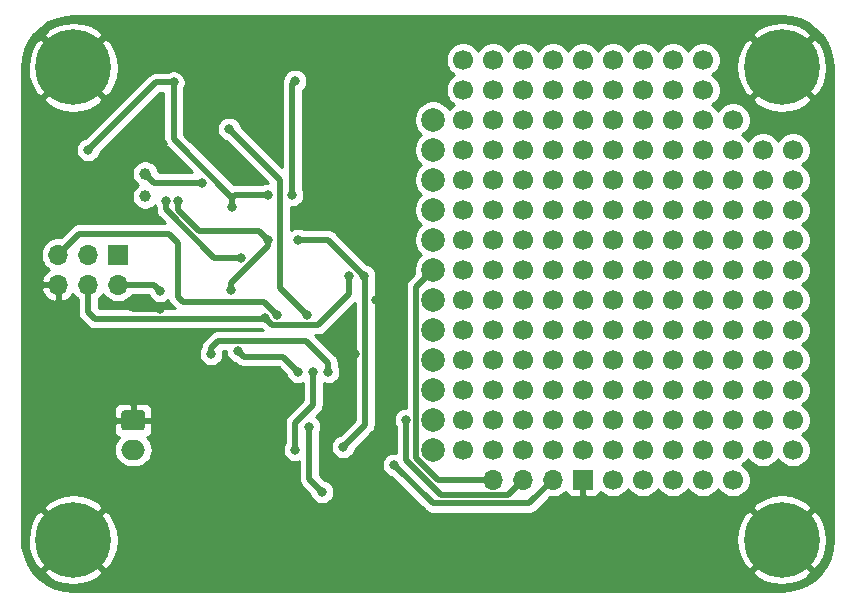
<source format=gbr>
%TF.GenerationSoftware,KiCad,Pcbnew,(5.1.10)-1*%
%TF.CreationDate,2021-09-16T15:44:01+01:00*%
%TF.ProjectId,Eos-Board,456f732d-426f-4617-9264-2e6b69636164,rev?*%
%TF.SameCoordinates,Original*%
%TF.FileFunction,Copper,L2,Bot*%
%TF.FilePolarity,Positive*%
%FSLAX46Y46*%
G04 Gerber Fmt 4.6, Leading zero omitted, Abs format (unit mm)*
G04 Created by KiCad (PCBNEW (5.1.10)-1) date 2021-09-16 15:44:01*
%MOMM*%
%LPD*%
G01*
G04 APERTURE LIST*
%TA.AperFunction,ComponentPad*%
%ADD10C,1.700000*%
%TD*%
%TA.AperFunction,ComponentPad*%
%ADD11C,0.800000*%
%TD*%
%TA.AperFunction,ComponentPad*%
%ADD12C,6.400000*%
%TD*%
%TA.AperFunction,ComponentPad*%
%ADD13C,1.000000*%
%TD*%
%TA.AperFunction,ComponentPad*%
%ADD14O,1.700000X1.700000*%
%TD*%
%TA.AperFunction,ComponentPad*%
%ADD15R,1.700000X1.700000*%
%TD*%
%TA.AperFunction,ComponentPad*%
%ADD16C,2.000000*%
%TD*%
%TA.AperFunction,ComponentPad*%
%ADD17O,2.000000X1.700000*%
%TD*%
%TA.AperFunction,ViaPad*%
%ADD18C,0.800000*%
%TD*%
%TA.AperFunction,Conductor*%
%ADD19C,0.500000*%
%TD*%
%TA.AperFunction,Conductor*%
%ADD20C,0.254000*%
%TD*%
%TA.AperFunction,Conductor*%
%ADD21C,0.100000*%
%TD*%
G04 APERTURE END LIST*
D10*
%TO.P,REF\u002A\u002A,*%
%TO.N,*%
X134620000Y-91440000D03*
%TD*%
%TO.P,REF\u002A\u002A,*%
%TO.N,*%
X134620000Y-88900000D03*
%TD*%
%TO.P,REF\u002A\u002A,*%
%TO.N,*%
X137160000Y-91440000D03*
%TD*%
%TO.P,REF\u002A\u002A,*%
%TO.N,*%
X137160000Y-88900000D03*
%TD*%
%TO.P,REF\u002A\u002A,*%
%TO.N,*%
X162560000Y-71120000D03*
%TD*%
%TO.P,REF\u002A\u002A,*%
%TO.N,*%
X162560000Y-68580000D03*
%TD*%
%TO.P,REF\u002A\u002A,*%
%TO.N,*%
X162560000Y-86360000D03*
%TD*%
%TO.P,REF\u002A\u002A,*%
%TO.N,*%
X162560000Y-73660000D03*
%TD*%
%TO.P,REF\u002A\u002A,*%
%TO.N,*%
X162560000Y-81280000D03*
%TD*%
%TO.P,REF\u002A\u002A,*%
%TO.N,*%
X162560000Y-76200000D03*
%TD*%
%TO.P,REF\u002A\u002A,*%
%TO.N,*%
X162560000Y-88900000D03*
%TD*%
%TO.P,REF\u002A\u002A,*%
%TO.N,*%
X162560000Y-66040000D03*
%TD*%
%TO.P,REF\u002A\u002A,*%
%TO.N,*%
X162560000Y-91440000D03*
%TD*%
%TO.P,REF\u002A\u002A,*%
%TO.N,*%
X162560000Y-83820000D03*
%TD*%
%TO.P,REF\u002A\u002A,*%
%TO.N,*%
X162560000Y-78740000D03*
%TD*%
%TO.P,REF\u002A\u002A,*%
%TO.N,*%
X160020000Y-83820000D03*
%TD*%
%TO.P,REF\u002A\u002A,*%
%TO.N,*%
X160020000Y-86360000D03*
%TD*%
%TO.P,REF\u002A\u002A,*%
%TO.N,*%
X160020000Y-88900000D03*
%TD*%
%TO.P,REF\u002A\u002A,*%
%TO.N,*%
X160020000Y-78740000D03*
%TD*%
%TO.P,REF\u002A\u002A,*%
%TO.N,*%
X160020000Y-66040000D03*
%TD*%
%TO.P,REF\u002A\u002A,*%
%TO.N,*%
X160020000Y-73660000D03*
%TD*%
%TO.P,REF\u002A\u002A,*%
%TO.N,*%
X160020000Y-71120000D03*
%TD*%
%TO.P,REF\u002A\u002A,*%
%TO.N,*%
X160020000Y-68580000D03*
%TD*%
%TO.P,REF\u002A\u002A,*%
%TO.N,*%
X160020000Y-91440000D03*
%TD*%
%TO.P,REF\u002A\u002A,*%
%TO.N,*%
X160020000Y-76200000D03*
%TD*%
%TO.P,REF\u002A\u002A,*%
%TO.N,*%
X160020000Y-81280000D03*
%TD*%
%TO.P,REF\u002A\u002A,*%
%TO.N,*%
X157480000Y-93980000D03*
%TD*%
%TO.P,REF\u002A\u002A,*%
%TO.N,*%
X157480000Y-71120000D03*
%TD*%
%TO.P,REF\u002A\u002A,*%
%TO.N,*%
X157480000Y-68580000D03*
%TD*%
%TO.P,REF\u002A\u002A,*%
%TO.N,*%
X157480000Y-76200000D03*
%TD*%
%TO.P,REF\u002A\u002A,*%
%TO.N,*%
X157480000Y-73660000D03*
%TD*%
%TO.P,REF\u002A\u002A,*%
%TO.N,*%
X157480000Y-91440000D03*
%TD*%
%TO.P,REF\u002A\u002A,*%
%TO.N,*%
X157480000Y-81280000D03*
%TD*%
%TO.P,REF\u002A\u002A,*%
%TO.N,*%
X157480000Y-78740000D03*
%TD*%
%TO.P,REF\u002A\u002A,*%
%TO.N,*%
X157480000Y-66040000D03*
%TD*%
%TO.P,REF\u002A\u002A,*%
%TO.N,*%
X157480000Y-63500000D03*
%TD*%
%TO.P,REF\u002A\u002A,*%
%TO.N,*%
X157480000Y-86360000D03*
%TD*%
%TO.P,REF\u002A\u002A,*%
%TO.N,*%
X157480000Y-83820000D03*
%TD*%
%TO.P,REF\u002A\u002A,*%
%TO.N,*%
X157480000Y-88900000D03*
%TD*%
%TO.P,REF\u002A\u002A,*%
%TO.N,*%
X152400000Y-93980000D03*
%TD*%
%TO.P,REF\u002A\u002A,*%
%TO.N,*%
X154940000Y-93980000D03*
%TD*%
%TO.P,REF\u002A\u002A,*%
%TO.N,*%
X147320000Y-93980000D03*
%TD*%
%TO.P,REF\u002A\u002A,*%
%TO.N,*%
X149860000Y-93980000D03*
%TD*%
%TO.P,REF\u002A\u002A,*%
%TO.N,*%
X134620000Y-58420000D03*
%TD*%
%TO.P,REF\u002A\u002A,*%
%TO.N,*%
X134620000Y-60960000D03*
%TD*%
%TO.P,REF\u002A\u002A,*%
%TO.N,*%
X134620000Y-71120000D03*
%TD*%
%TO.P,REF\u002A\u002A,*%
%TO.N,*%
X134620000Y-63500000D03*
%TD*%
%TO.P,REF\u002A\u002A,*%
%TO.N,*%
X134620000Y-66040000D03*
%TD*%
%TO.P,REF\u002A\u002A,*%
%TO.N,*%
X134620000Y-68580000D03*
%TD*%
%TO.P,REF\u002A\u002A,*%
%TO.N,*%
X134620000Y-73660000D03*
%TD*%
%TO.P,REF\u002A\u002A,*%
%TO.N,*%
X134620000Y-76200000D03*
%TD*%
%TO.P,REF\u002A\u002A,*%
%TO.N,*%
X134620000Y-78740000D03*
%TD*%
%TO.P,REF\u002A\u002A,*%
%TO.N,*%
X134620000Y-86360000D03*
%TD*%
%TO.P,REF\u002A\u002A,*%
%TO.N,*%
X134620000Y-81280000D03*
%TD*%
%TO.P,REF\u002A\u002A,*%
%TO.N,*%
X134620000Y-83820000D03*
%TD*%
%TO.P,REF\u002A\u002A,*%
%TO.N,*%
X152400000Y-78740000D03*
%TD*%
%TO.P,REF\u002A\u002A,*%
%TO.N,*%
X152400000Y-81280000D03*
%TD*%
%TO.P,REF\u002A\u002A,*%
%TO.N,*%
X154940000Y-78740000D03*
%TD*%
%TO.P,REF\u002A\u002A,*%
%TO.N,*%
X154940000Y-81280000D03*
%TD*%
%TO.P,REF\u002A\u002A,*%
%TO.N,*%
X152400000Y-71120000D03*
%TD*%
%TO.P,REF\u002A\u002A,*%
%TO.N,*%
X152400000Y-68580000D03*
%TD*%
%TO.P,REF\u002A\u002A,*%
%TO.N,*%
X152400000Y-66040000D03*
%TD*%
%TO.P,REF\u002A\u002A,*%
%TO.N,*%
X154940000Y-63500000D03*
%TD*%
%TO.P,REF\u002A\u002A,*%
%TO.N,*%
X152400000Y-63500000D03*
%TD*%
%TO.P,REF\u002A\u002A,*%
%TO.N,*%
X152400000Y-60960000D03*
%TD*%
%TO.P,REF\u002A\u002A,*%
%TO.N,*%
X154940000Y-58420000D03*
%TD*%
%TO.P,REF\u002A\u002A,*%
%TO.N,*%
X152400000Y-58420000D03*
%TD*%
%TO.P,REF\u002A\u002A,*%
%TO.N,*%
X154940000Y-66040000D03*
%TD*%
%TO.P,REF\u002A\u002A,*%
%TO.N,*%
X154940000Y-60960000D03*
%TD*%
%TO.P,REF\u002A\u002A,*%
%TO.N,*%
X154940000Y-71120000D03*
%TD*%
%TO.P,REF\u002A\u002A,*%
%TO.N,*%
X154940000Y-68580000D03*
%TD*%
%TO.P,REF\u002A\u002A,*%
%TO.N,*%
X152400000Y-76200000D03*
%TD*%
%TO.P,REF\u002A\u002A,*%
%TO.N,*%
X152400000Y-73660000D03*
%TD*%
%TO.P,REF\u002A\u002A,*%
%TO.N,*%
X154940000Y-73660000D03*
%TD*%
%TO.P,REF\u002A\u002A,*%
%TO.N,*%
X154940000Y-76200000D03*
%TD*%
%TO.P,REF\u002A\u002A,*%
%TO.N,*%
X152400000Y-91440000D03*
%TD*%
%TO.P,REF\u002A\u002A,*%
%TO.N,*%
X154940000Y-91440000D03*
%TD*%
%TO.P,REF\u002A\u002A,*%
%TO.N,*%
X152400000Y-88900000D03*
%TD*%
%TO.P,REF\u002A\u002A,*%
%TO.N,*%
X154940000Y-83820000D03*
%TD*%
%TO.P,REF\u002A\u002A,*%
%TO.N,*%
X152400000Y-86360000D03*
%TD*%
%TO.P,REF\u002A\u002A,*%
%TO.N,*%
X154940000Y-86360000D03*
%TD*%
%TO.P,REF\u002A\u002A,*%
%TO.N,*%
X152400000Y-83820000D03*
%TD*%
%TO.P,REF\u002A\u002A,*%
%TO.N,*%
X154940000Y-88900000D03*
%TD*%
%TO.P,REF\u002A\u002A,*%
%TO.N,*%
X147320000Y-91440000D03*
%TD*%
%TO.P,REF\u002A\u002A,*%
%TO.N,*%
X139700000Y-88900000D03*
%TD*%
%TO.P,REF\u002A\u002A,*%
%TO.N,*%
X144780000Y-88900000D03*
%TD*%
%TO.P,REF\u002A\u002A,*%
%TO.N,*%
X149860000Y-88900000D03*
%TD*%
%TO.P,REF\u002A\u002A,*%
%TO.N,*%
X147320000Y-88900000D03*
%TD*%
%TO.P,REF\u002A\u002A,*%
%TO.N,*%
X144780000Y-91440000D03*
%TD*%
%TO.P,REF\u002A\u002A,*%
%TO.N,*%
X149860000Y-91440000D03*
%TD*%
%TO.P,REF\u002A\u002A,*%
%TO.N,*%
X139700000Y-91440000D03*
%TD*%
%TO.P,REF\u002A\u002A,*%
%TO.N,*%
X142240000Y-91440000D03*
%TD*%
%TO.P,REF\u002A\u002A,*%
%TO.N,*%
X142240000Y-88900000D03*
%TD*%
%TO.P,REF\u002A\u002A,*%
%TO.N,*%
X137160000Y-83820000D03*
%TD*%
%TO.P,REF\u002A\u002A,*%
%TO.N,*%
X147320000Y-86360000D03*
%TD*%
%TO.P,REF\u002A\u002A,*%
%TO.N,*%
X139700000Y-83820000D03*
%TD*%
%TO.P,REF\u002A\u002A,*%
%TO.N,*%
X144780000Y-83820000D03*
%TD*%
%TO.P,REF\u002A\u002A,*%
%TO.N,*%
X149860000Y-83820000D03*
%TD*%
%TO.P,REF\u002A\u002A,*%
%TO.N,*%
X147320000Y-83820000D03*
%TD*%
%TO.P,REF\u002A\u002A,*%
%TO.N,*%
X144780000Y-86360000D03*
%TD*%
%TO.P,REF\u002A\u002A,*%
%TO.N,*%
X149860000Y-86360000D03*
%TD*%
%TO.P,REF\u002A\u002A,*%
%TO.N,*%
X137160000Y-86360000D03*
%TD*%
%TO.P,REF\u002A\u002A,*%
%TO.N,*%
X139700000Y-86360000D03*
%TD*%
%TO.P,REF\u002A\u002A,*%
%TO.N,*%
X142240000Y-86360000D03*
%TD*%
%TO.P,REF\u002A\u002A,*%
%TO.N,*%
X142240000Y-83820000D03*
%TD*%
%TO.P,REF\u002A\u002A,*%
%TO.N,*%
X137160000Y-78740000D03*
%TD*%
%TO.P,REF\u002A\u002A,*%
%TO.N,*%
X147320000Y-81280000D03*
%TD*%
%TO.P,REF\u002A\u002A,*%
%TO.N,*%
X139700000Y-78740000D03*
%TD*%
%TO.P,REF\u002A\u002A,*%
%TO.N,*%
X144780000Y-78740000D03*
%TD*%
%TO.P,REF\u002A\u002A,*%
%TO.N,*%
X149860000Y-78740000D03*
%TD*%
%TO.P,REF\u002A\u002A,*%
%TO.N,*%
X147320000Y-78740000D03*
%TD*%
%TO.P,REF\u002A\u002A,*%
%TO.N,*%
X144780000Y-81280000D03*
%TD*%
%TO.P,REF\u002A\u002A,*%
%TO.N,*%
X149860000Y-81280000D03*
%TD*%
%TO.P,REF\u002A\u002A,*%
%TO.N,*%
X137160000Y-81280000D03*
%TD*%
%TO.P,REF\u002A\u002A,*%
%TO.N,*%
X139700000Y-81280000D03*
%TD*%
%TO.P,REF\u002A\u002A,*%
%TO.N,*%
X142240000Y-81280000D03*
%TD*%
%TO.P,REF\u002A\u002A,*%
%TO.N,*%
X142240000Y-78740000D03*
%TD*%
%TO.P,REF\u002A\u002A,*%
%TO.N,*%
X137160000Y-73660000D03*
%TD*%
%TO.P,REF\u002A\u002A,*%
%TO.N,*%
X147320000Y-76200000D03*
%TD*%
%TO.P,REF\u002A\u002A,*%
%TO.N,*%
X139700000Y-73660000D03*
%TD*%
%TO.P,REF\u002A\u002A,*%
%TO.N,*%
X144780000Y-73660000D03*
%TD*%
%TO.P,REF\u002A\u002A,*%
%TO.N,*%
X149860000Y-73660000D03*
%TD*%
%TO.P,REF\u002A\u002A,*%
%TO.N,*%
X147320000Y-73660000D03*
%TD*%
%TO.P,REF\u002A\u002A,*%
%TO.N,*%
X144780000Y-76200000D03*
%TD*%
%TO.P,REF\u002A\u002A,*%
%TO.N,*%
X149860000Y-76200000D03*
%TD*%
%TO.P,REF\u002A\u002A,*%
%TO.N,*%
X137160000Y-76200000D03*
%TD*%
%TO.P,REF\u002A\u002A,*%
%TO.N,*%
X139700000Y-76200000D03*
%TD*%
%TO.P,REF\u002A\u002A,*%
%TO.N,*%
X142240000Y-76200000D03*
%TD*%
%TO.P,REF\u002A\u002A,*%
%TO.N,*%
X142240000Y-73660000D03*
%TD*%
%TO.P,REF\u002A\u002A,*%
%TO.N,*%
X137160000Y-68580000D03*
%TD*%
%TO.P,REF\u002A\u002A,*%
%TO.N,*%
X147320000Y-71120000D03*
%TD*%
%TO.P,REF\u002A\u002A,*%
%TO.N,*%
X139700000Y-68580000D03*
%TD*%
%TO.P,REF\u002A\u002A,*%
%TO.N,*%
X144780000Y-68580000D03*
%TD*%
%TO.P,REF\u002A\u002A,*%
%TO.N,*%
X149860000Y-68580000D03*
%TD*%
%TO.P,REF\u002A\u002A,*%
%TO.N,*%
X147320000Y-68580000D03*
%TD*%
%TO.P,REF\u002A\u002A,*%
%TO.N,*%
X144780000Y-71120000D03*
%TD*%
%TO.P,REF\u002A\u002A,*%
%TO.N,*%
X149860000Y-71120000D03*
%TD*%
%TO.P,REF\u002A\u002A,*%
%TO.N,*%
X137160000Y-71120000D03*
%TD*%
%TO.P,REF\u002A\u002A,*%
%TO.N,*%
X139700000Y-71120000D03*
%TD*%
%TO.P,REF\u002A\u002A,*%
%TO.N,*%
X142240000Y-71120000D03*
%TD*%
%TO.P,REF\u002A\u002A,*%
%TO.N,*%
X142240000Y-68580000D03*
%TD*%
%TO.P,REF\u002A\u002A,*%
%TO.N,*%
X137160000Y-63500000D03*
%TD*%
%TO.P,REF\u002A\u002A,*%
%TO.N,*%
X147320000Y-66040000D03*
%TD*%
%TO.P,REF\u002A\u002A,*%
%TO.N,*%
X139700000Y-63500000D03*
%TD*%
%TO.P,REF\u002A\u002A,*%
%TO.N,*%
X144780000Y-63500000D03*
%TD*%
%TO.P,REF\u002A\u002A,*%
%TO.N,*%
X149860000Y-63500000D03*
%TD*%
%TO.P,REF\u002A\u002A,*%
%TO.N,*%
X147320000Y-63500000D03*
%TD*%
%TO.P,REF\u002A\u002A,*%
%TO.N,*%
X144780000Y-66040000D03*
%TD*%
%TO.P,REF\u002A\u002A,*%
%TO.N,*%
X149860000Y-66040000D03*
%TD*%
%TO.P,REF\u002A\u002A,*%
%TO.N,*%
X137160000Y-66040000D03*
%TD*%
%TO.P,REF\u002A\u002A,*%
%TO.N,*%
X139700000Y-66040000D03*
%TD*%
%TO.P,REF\u002A\u002A,*%
%TO.N,*%
X142240000Y-66040000D03*
%TD*%
%TO.P,REF\u002A\u002A,*%
%TO.N,*%
X142240000Y-63500000D03*
%TD*%
%TO.P,REF\u002A\u002A,*%
%TO.N,*%
X149860000Y-58420000D03*
%TD*%
%TO.P,REF\u002A\u002A,*%
%TO.N,*%
X149860000Y-60960000D03*
%TD*%
%TO.P,REF\u002A\u002A,*%
%TO.N,*%
X147320000Y-58420000D03*
%TD*%
%TO.P,REF\u002A\u002A,*%
%TO.N,*%
X147320000Y-60960000D03*
%TD*%
%TO.P,REF\u002A\u002A,*%
%TO.N,*%
X144780000Y-58420000D03*
%TD*%
%TO.P,REF\u002A\u002A,*%
%TO.N,*%
X144780000Y-60960000D03*
%TD*%
%TO.P,REF\u002A\u002A,*%
%TO.N,*%
X142240000Y-58420000D03*
%TD*%
%TO.P,REF\u002A\u002A,*%
%TO.N,*%
X142240000Y-60960000D03*
%TD*%
%TO.P,REF\u002A\u002A,*%
%TO.N,*%
X139700000Y-58420000D03*
%TD*%
%TO.P,REF\u002A\u002A,*%
%TO.N,*%
X139700000Y-60960000D03*
%TD*%
%TO.P,REF\u002A\u002A,*%
%TO.N,*%
X137160000Y-58420000D03*
%TD*%
%TO.P,REF\u002A\u002A,*%
%TO.N,*%
X137160000Y-60960000D03*
%TD*%
D11*
%TO.P,H4,1*%
%TO.N,GND*%
X103297056Y-57362944D03*
X101600000Y-56660000D03*
X99902944Y-57362944D03*
X99200000Y-59060000D03*
X99902944Y-60757056D03*
X101600000Y-61460000D03*
X103297056Y-60757056D03*
X104000000Y-59060000D03*
D12*
X101600000Y-59060000D03*
%TD*%
D11*
%TO.P,H3,1*%
%TO.N,GND*%
X163297056Y-57362944D03*
X161600000Y-56660000D03*
X159902944Y-57362944D03*
X159200000Y-59060000D03*
X159902944Y-60757056D03*
X161600000Y-61460000D03*
X163297056Y-60757056D03*
X164000000Y-59060000D03*
D12*
X161600000Y-59060000D03*
%TD*%
D11*
%TO.P,H2,1*%
%TO.N,GND*%
X163297056Y-97362944D03*
X161600000Y-96660000D03*
X159902944Y-97362944D03*
X159200000Y-99060000D03*
X159902944Y-100757056D03*
X161600000Y-101460000D03*
X163297056Y-100757056D03*
X164000000Y-99060000D03*
D12*
X161600000Y-99060000D03*
%TD*%
D11*
%TO.P,H1,1*%
%TO.N,GND*%
X103297056Y-97362944D03*
X101600000Y-96660000D03*
X99902944Y-97362944D03*
X99200000Y-99060000D03*
X99902944Y-100757056D03*
X101600000Y-101460000D03*
X103297056Y-100757056D03*
X104000000Y-99060000D03*
D12*
X101600000Y-99060000D03*
%TD*%
D13*
%TO.P,Y1,2*%
%TO.N,Net-(C9-Pad2)*%
X107696000Y-69972000D03*
%TO.P,Y1,1*%
%TO.N,Net-(C8-Pad2)*%
X107696000Y-68072000D03*
%TD*%
D14*
%TO.P,U5,4*%
%TO.N,/MOSI*%
X137140000Y-93980000D03*
%TO.P,U5,3*%
%TO.N,/SCK*%
X139680000Y-93980000D03*
%TO.P,U5,2*%
%TO.N,+3V3*%
X142220000Y-93980000D03*
D15*
%TO.P,U5,1*%
%TO.N,GND*%
X144760000Y-93980000D03*
%TD*%
D16*
%TO.P,TP12,1*%
%TO.N,Net-(TP12-Pad1)*%
X132080000Y-63500000D03*
%TD*%
%TO.P,TP11,1*%
%TO.N,Net-(TP11-Pad1)*%
X132080000Y-66040000D03*
%TD*%
%TO.P,TP10,1*%
%TO.N,/RST*%
X132080000Y-68580000D03*
%TD*%
%TO.P,TP9,1*%
%TO.N,Net-(TP9-Pad1)*%
X132080000Y-71120000D03*
%TD*%
%TO.P,TP8,1*%
%TO.N,Net-(TP8-Pad1)*%
X132080000Y-73660000D03*
%TD*%
%TO.P,TP7,1*%
%TO.N,/MOSI*%
X132080000Y-76200000D03*
%TD*%
%TO.P,TP6,1*%
%TO.N,/LED2*%
X132080000Y-78740000D03*
%TD*%
%TO.P,TP5,1*%
%TO.N,/BATT_MON*%
X132080000Y-81280000D03*
%TD*%
%TO.P,TP4,1*%
%TO.N,/LED1*%
X132080000Y-83820000D03*
%TD*%
%TO.P,TP3,1*%
%TO.N,/BUTT1*%
X132080000Y-86360000D03*
%TD*%
%TO.P,TP2,1*%
%TO.N,/SCK*%
X132080000Y-88900000D03*
%TD*%
%TO.P,TP1,1*%
%TO.N,/MISO*%
X132080000Y-91440000D03*
%TD*%
D14*
%TO.P,J2,6*%
%TO.N,GND*%
X100330000Y-77470000D03*
%TO.P,J2,5*%
%TO.N,/RST*%
X100330000Y-74930000D03*
%TO.P,J2,4*%
%TO.N,/MOSI*%
X102870000Y-77470000D03*
%TO.P,J2,3*%
%TO.N,/SCK*%
X102870000Y-74930000D03*
%TO.P,J2,2*%
%TO.N,+3V3*%
X105410000Y-77470000D03*
D15*
%TO.P,J2,1*%
%TO.N,/MISO*%
X105410000Y-74930000D03*
%TD*%
D17*
%TO.P,J1,2*%
%TO.N,+BATT*%
X106680000Y-91440000D03*
%TO.P,J1,1*%
%TO.N,GND*%
%TA.AperFunction,ComponentPad*%
G36*
G01*
X105930000Y-88090000D02*
X107430000Y-88090000D01*
G75*
G02*
X107680000Y-88340000I0J-250000D01*
G01*
X107680000Y-89540000D01*
G75*
G02*
X107430000Y-89790000I-250000J0D01*
G01*
X105930000Y-89790000D01*
G75*
G02*
X105680000Y-89540000I0J250000D01*
G01*
X105680000Y-88340000D01*
G75*
G02*
X105930000Y-88090000I250000J0D01*
G01*
G37*
%TD.AperFunction*%
%TD*%
D18*
%TO.N,GND*%
X112014000Y-88392000D03*
X117602000Y-93726000D03*
X124206000Y-94996000D03*
X98806000Y-83312000D03*
X108966000Y-79502000D03*
X106172000Y-67564000D03*
X106172000Y-70358000D03*
X123698000Y-68834000D03*
X122936000Y-60198000D03*
X117856000Y-60198000D03*
X103124000Y-63246000D03*
X109220000Y-65532000D03*
X125476000Y-83312000D03*
X127254000Y-78740000D03*
X116774544Y-68598132D03*
X106426000Y-79248000D03*
X116586000Y-87630000D03*
X121412000Y-95504000D03*
%TO.N,/BATTERY*%
X122682000Y-94996000D03*
X121591000Y-89483000D03*
%TO.N,+3V3*%
X108966000Y-77978000D03*
X120396000Y-60198000D03*
X110104045Y-60329955D03*
X120650000Y-73660006D03*
X120142000Y-69850000D03*
X126238000Y-76708000D03*
X124460000Y-91186000D03*
X102870000Y-66040000D03*
X128778000Y-92710000D03*
X115062000Y-70865994D03*
X118110000Y-69850000D03*
%TO.N,Net-(C8-Pad2)*%
X112522000Y-68834000D03*
%TO.N,/RST*%
X118872000Y-80010010D03*
%TO.N,/MOSI*%
X109474000Y-70358000D03*
X115823996Y-75183996D03*
X117856000Y-80264000D03*
X124968000Y-76708000D03*
%TO.N,/SCK*%
X118110000Y-73660000D03*
X110490000Y-70358000D03*
X114999000Y-77915000D03*
X129779999Y-88900000D03*
%TO.N,/BATT_MON*%
X120396000Y-91440000D03*
X121920000Y-84836000D03*
%TO.N,/LED1*%
X113284000Y-83312000D03*
X123190000Y-84836000D03*
%TO.N,/LED2*%
X120650000Y-84836000D03*
X115570000Y-83058000D03*
%TO.N,/BUTT1*%
X114808000Y-64262000D03*
X121412000Y-80010000D03*
%TD*%
D19*
%TO.N,GND*%
X106680000Y-79502000D02*
X106426000Y-79248000D01*
X108966000Y-79502000D02*
X106680000Y-79502000D01*
%TO.N,/BATTERY*%
X121591000Y-93905000D02*
X121591000Y-89483000D01*
X122682000Y-94996000D02*
X121591000Y-93905000D01*
%TO.N,+3V3*%
X108458000Y-77470000D02*
X105410000Y-77470000D01*
X108966000Y-77978000D02*
X108458000Y-77470000D01*
X120142000Y-60452000D02*
X120396000Y-60198000D01*
X120142000Y-69850000D02*
X120142000Y-60452000D01*
X120650000Y-73660006D02*
X123190006Y-73660006D01*
X123190006Y-73660006D02*
X126238000Y-76708000D01*
X126326001Y-89319999D02*
X124460000Y-91186000D01*
X126326001Y-76796001D02*
X126326001Y-89319999D01*
X126238000Y-76708000D02*
X126326001Y-76796001D01*
X108580045Y-60329955D02*
X110104045Y-60329955D01*
X102870000Y-66040000D02*
X108580045Y-60329955D01*
X132048011Y-95980011D02*
X128778000Y-92710000D01*
X140219989Y-95980011D02*
X132048011Y-95980011D01*
X142220000Y-93980000D02*
X140219989Y-95980011D01*
X110104045Y-65146045D02*
X115062000Y-70104000D01*
X110104045Y-60329955D02*
X110104045Y-65146045D01*
X115062000Y-70104000D02*
X115062000Y-70865994D01*
X115316000Y-69850000D02*
X115062000Y-70104000D01*
X118110000Y-69850000D02*
X115316000Y-69850000D01*
%TO.N,Net-(C8-Pad2)*%
X112522000Y-68834000D02*
X108458000Y-68834000D01*
X108458000Y-68834000D02*
X107696000Y-68072000D01*
%TO.N,/RST*%
X117785735Y-78923745D02*
X118872000Y-80010010D01*
X110927745Y-78923745D02*
X117785735Y-78923745D01*
X110490000Y-78486000D02*
X110927745Y-78923745D01*
X109728000Y-73152000D02*
X110490000Y-73914000D01*
X110490000Y-73914000D02*
X110490000Y-78486000D01*
X100330000Y-74930000D02*
X102108000Y-73152000D01*
X102108000Y-73152000D02*
X109728000Y-73152000D01*
%TO.N,/MOSI*%
X113564033Y-75183996D02*
X115823996Y-75183996D01*
X109474000Y-70358000D02*
X109474000Y-71093963D01*
X109474000Y-71093963D02*
X113564033Y-75183996D01*
X118452011Y-80860011D02*
X122085989Y-80860011D01*
X117856000Y-80264000D02*
X118452011Y-80860011D01*
X122085989Y-80860011D02*
X122339989Y-80860011D01*
X124968000Y-78232000D02*
X124968000Y-76708000D01*
X122339989Y-80860011D02*
X124968000Y-78232000D01*
X130629999Y-77650001D02*
X132080000Y-76200000D01*
X130629999Y-92136001D02*
X130629999Y-77650001D01*
X132473998Y-93980000D02*
X130629999Y-92136001D01*
X137140000Y-93980000D02*
X132473998Y-93980000D01*
X117767999Y-80352001D02*
X117856000Y-80264000D01*
X103466001Y-80352001D02*
X117767999Y-80352001D01*
X102870000Y-79756000D02*
X103466001Y-80352001D01*
X102870000Y-77470000D02*
X102870000Y-79756000D01*
%TO.N,/SCK*%
X114999000Y-77279000D02*
X114999000Y-77915000D01*
X118110000Y-74168000D02*
X114999000Y-77279000D01*
X118110000Y-73660000D02*
X118110000Y-74168000D01*
X129779999Y-92275964D02*
X129779999Y-88900000D01*
X132784036Y-95280001D02*
X129779999Y-92275964D01*
X138379999Y-95280001D02*
X132784036Y-95280001D01*
X139680000Y-93980000D02*
X138379999Y-95280001D01*
X110490000Y-71120000D02*
X110490000Y-70358000D01*
X112268000Y-72898000D02*
X110490000Y-71120000D01*
X117348000Y-72898000D02*
X112268000Y-72898000D01*
X118110000Y-73660000D02*
X117348000Y-72898000D01*
%TO.N,/BATT_MON*%
X120396000Y-89154000D02*
X121412000Y-88138000D01*
X120396000Y-91440000D02*
X120396000Y-89154000D01*
X121412000Y-88138000D02*
X121920000Y-87630000D01*
X121920000Y-87630000D02*
X121920000Y-84836000D01*
%TO.N,/LED1*%
X121323999Y-82207999D02*
X113880001Y-82207999D01*
X123190000Y-84074000D02*
X121323999Y-82207999D01*
X113284000Y-82804000D02*
X113284000Y-83312000D01*
X113880001Y-82207999D02*
X113284000Y-82804000D01*
X123190000Y-84074000D02*
X123190000Y-84836000D01*
%TO.N,/LED2*%
X115570000Y-83058000D02*
X116078000Y-83566000D01*
X119380000Y-83566000D02*
X120650000Y-84836000D01*
X116078000Y-83566000D02*
X119380000Y-83566000D01*
%TO.N,/BUTT1*%
X119126000Y-68580000D02*
X114808000Y-64262000D01*
X119126000Y-77724000D02*
X119126000Y-68580000D01*
X121412000Y-80010000D02*
X119126000Y-77724000D01*
%TD*%
D20*
%TO.N,GND*%
X162368083Y-54791173D02*
X163111891Y-54994656D01*
X163807905Y-55326638D01*
X164434130Y-55776626D01*
X164970777Y-56330403D01*
X165400871Y-56970451D01*
X165710829Y-57676553D01*
X165892065Y-58431457D01*
X165940001Y-59084220D01*
X165940000Y-99030608D01*
X165868827Y-99828083D01*
X165665344Y-100571890D01*
X165333363Y-101267904D01*
X164883374Y-101894130D01*
X164329597Y-102430777D01*
X163689549Y-102860871D01*
X162983447Y-103170829D01*
X162228543Y-103352065D01*
X161575793Y-103400000D01*
X101629392Y-103400000D01*
X100831917Y-103328827D01*
X100088110Y-103125344D01*
X99392096Y-102793363D01*
X98765870Y-102343374D01*
X98229223Y-101789597D01*
X98209927Y-101760881D01*
X99078724Y-101760881D01*
X99438912Y-102250548D01*
X100102882Y-102610849D01*
X100824385Y-102834694D01*
X101575695Y-102913480D01*
X102327938Y-102844178D01*
X103052208Y-102629452D01*
X103720670Y-102277555D01*
X103761088Y-102250548D01*
X104121276Y-101760881D01*
X159078724Y-101760881D01*
X159438912Y-102250548D01*
X160102882Y-102610849D01*
X160824385Y-102834694D01*
X161575695Y-102913480D01*
X162327938Y-102844178D01*
X163052208Y-102629452D01*
X163720670Y-102277555D01*
X163761088Y-102250548D01*
X164121276Y-101760881D01*
X161600000Y-99239605D01*
X159078724Y-101760881D01*
X104121276Y-101760881D01*
X101600000Y-99239605D01*
X99078724Y-101760881D01*
X98209927Y-101760881D01*
X97799129Y-101149549D01*
X97489171Y-100443447D01*
X97307935Y-99688543D01*
X97260000Y-99035793D01*
X97260000Y-99035695D01*
X97746520Y-99035695D01*
X97815822Y-99787938D01*
X98030548Y-100512208D01*
X98382445Y-101180670D01*
X98409452Y-101221088D01*
X98899119Y-101581276D01*
X101420395Y-99060000D01*
X101779605Y-99060000D01*
X104300881Y-101581276D01*
X104790548Y-101221088D01*
X105150849Y-100557118D01*
X105374694Y-99835615D01*
X105453480Y-99084305D01*
X105449002Y-99035695D01*
X157746520Y-99035695D01*
X157815822Y-99787938D01*
X158030548Y-100512208D01*
X158382445Y-101180670D01*
X158409452Y-101221088D01*
X158899119Y-101581276D01*
X161420395Y-99060000D01*
X161779605Y-99060000D01*
X164300881Y-101581276D01*
X164790548Y-101221088D01*
X165150849Y-100557118D01*
X165374694Y-99835615D01*
X165453480Y-99084305D01*
X165384178Y-98332062D01*
X165169452Y-97607792D01*
X164817555Y-96939330D01*
X164790548Y-96898912D01*
X164300881Y-96538724D01*
X161779605Y-99060000D01*
X161420395Y-99060000D01*
X158899119Y-96538724D01*
X158409452Y-96898912D01*
X158049151Y-97562882D01*
X157825306Y-98284385D01*
X157746520Y-99035695D01*
X105449002Y-99035695D01*
X105384178Y-98332062D01*
X105169452Y-97607792D01*
X104817555Y-96939330D01*
X104790548Y-96898912D01*
X104300881Y-96538724D01*
X101779605Y-99060000D01*
X101420395Y-99060000D01*
X98899119Y-96538724D01*
X98409452Y-96898912D01*
X98049151Y-97562882D01*
X97825306Y-98284385D01*
X97746520Y-99035695D01*
X97260000Y-99035695D01*
X97260000Y-96359119D01*
X99078724Y-96359119D01*
X101600000Y-98880395D01*
X104121276Y-96359119D01*
X103761088Y-95869452D01*
X103097118Y-95509151D01*
X102375615Y-95285306D01*
X101624305Y-95206520D01*
X100872062Y-95275822D01*
X100147792Y-95490548D01*
X99479330Y-95842445D01*
X99438912Y-95869452D01*
X99078724Y-96359119D01*
X97260000Y-96359119D01*
X97260000Y-91440000D01*
X105037815Y-91440000D01*
X105066487Y-91731111D01*
X105151401Y-92011034D01*
X105289294Y-92269014D01*
X105474866Y-92495134D01*
X105700986Y-92680706D01*
X105958966Y-92818599D01*
X106238889Y-92903513D01*
X106457050Y-92925000D01*
X106902950Y-92925000D01*
X107121111Y-92903513D01*
X107401034Y-92818599D01*
X107659014Y-92680706D01*
X107885134Y-92495134D01*
X108070706Y-92269014D01*
X108208599Y-92011034D01*
X108293513Y-91731111D01*
X108322185Y-91440000D01*
X108293513Y-91148889D01*
X108208599Y-90868966D01*
X108070706Y-90610986D01*
X107889392Y-90390055D01*
X107924180Y-90379502D01*
X108034494Y-90320537D01*
X108131185Y-90241185D01*
X108210537Y-90144494D01*
X108269502Y-90034180D01*
X108305812Y-89914482D01*
X108318072Y-89790000D01*
X108315000Y-89225750D01*
X108156250Y-89067000D01*
X106807000Y-89067000D01*
X106807000Y-89087000D01*
X106553000Y-89087000D01*
X106553000Y-89067000D01*
X105203750Y-89067000D01*
X105045000Y-89225750D01*
X105041928Y-89790000D01*
X105054188Y-89914482D01*
X105090498Y-90034180D01*
X105149463Y-90144494D01*
X105228815Y-90241185D01*
X105325506Y-90320537D01*
X105435820Y-90379502D01*
X105470608Y-90390055D01*
X105289294Y-90610986D01*
X105151401Y-90868966D01*
X105066487Y-91148889D01*
X105037815Y-91440000D01*
X97260000Y-91440000D01*
X97260000Y-88090000D01*
X105041928Y-88090000D01*
X105045000Y-88654250D01*
X105203750Y-88813000D01*
X106553000Y-88813000D01*
X106553000Y-87613750D01*
X106807000Y-87613750D01*
X106807000Y-88813000D01*
X108156250Y-88813000D01*
X108315000Y-88654250D01*
X108318072Y-88090000D01*
X108305812Y-87965518D01*
X108269502Y-87845820D01*
X108210537Y-87735506D01*
X108131185Y-87638815D01*
X108034494Y-87559463D01*
X107924180Y-87500498D01*
X107804482Y-87464188D01*
X107680000Y-87451928D01*
X106965750Y-87455000D01*
X106807000Y-87613750D01*
X106553000Y-87613750D01*
X106394250Y-87455000D01*
X105680000Y-87451928D01*
X105555518Y-87464188D01*
X105435820Y-87500498D01*
X105325506Y-87559463D01*
X105228815Y-87638815D01*
X105149463Y-87735506D01*
X105090498Y-87845820D01*
X105054188Y-87965518D01*
X105041928Y-88090000D01*
X97260000Y-88090000D01*
X97260000Y-77826891D01*
X98888519Y-77826891D01*
X98985843Y-78101252D01*
X99134822Y-78351355D01*
X99329731Y-78567588D01*
X99563080Y-78741641D01*
X99825901Y-78866825D01*
X99973110Y-78911476D01*
X100203000Y-78790155D01*
X100203000Y-77597000D01*
X99009186Y-77597000D01*
X98888519Y-77826891D01*
X97260000Y-77826891D01*
X97260000Y-74783740D01*
X98845000Y-74783740D01*
X98845000Y-75076260D01*
X98902068Y-75363158D01*
X99014010Y-75633411D01*
X99176525Y-75876632D01*
X99383368Y-76083475D01*
X99559406Y-76201100D01*
X99329731Y-76372412D01*
X99134822Y-76588645D01*
X98985843Y-76838748D01*
X98888519Y-77113109D01*
X99009186Y-77343000D01*
X100203000Y-77343000D01*
X100203000Y-77323000D01*
X100457000Y-77323000D01*
X100457000Y-77343000D01*
X100477000Y-77343000D01*
X100477000Y-77597000D01*
X100457000Y-77597000D01*
X100457000Y-78790155D01*
X100686890Y-78911476D01*
X100834099Y-78866825D01*
X101096920Y-78741641D01*
X101330269Y-78567588D01*
X101525178Y-78351355D01*
X101594805Y-78234466D01*
X101716525Y-78416632D01*
X101923368Y-78623475D01*
X101985001Y-78664657D01*
X101985001Y-79712521D01*
X101980719Y-79756000D01*
X101997805Y-79929490D01*
X102048412Y-80096313D01*
X102130590Y-80250059D01*
X102213468Y-80351046D01*
X102213471Y-80351049D01*
X102241184Y-80384817D01*
X102274951Y-80412529D01*
X102809471Y-80947050D01*
X102837184Y-80980818D01*
X102870952Y-81008531D01*
X102870954Y-81008533D01*
X102915389Y-81045000D01*
X102971942Y-81091412D01*
X103125688Y-81173590D01*
X103292511Y-81224196D01*
X103422524Y-81237001D01*
X103422532Y-81237001D01*
X103466001Y-81241282D01*
X103509470Y-81237001D01*
X117500446Y-81237001D01*
X117554102Y-81259226D01*
X117610956Y-81270535D01*
X117663420Y-81322999D01*
X113923470Y-81322999D01*
X113880001Y-81318718D01*
X113836532Y-81322999D01*
X113836524Y-81322999D01*
X113706511Y-81335804D01*
X113539688Y-81386410D01*
X113385942Y-81468588D01*
X113284954Y-81551467D01*
X113284952Y-81551469D01*
X113251184Y-81579182D01*
X113223471Y-81612950D01*
X112688956Y-82147466D01*
X112655183Y-82175183D01*
X112544589Y-82309942D01*
X112462411Y-82463688D01*
X112411805Y-82630511D01*
X112399000Y-82760524D01*
X112399000Y-82760531D01*
X112397497Y-82775796D01*
X112366795Y-82821744D01*
X112288774Y-83010102D01*
X112249000Y-83210061D01*
X112249000Y-83413939D01*
X112288774Y-83613898D01*
X112366795Y-83802256D01*
X112480063Y-83971774D01*
X112624226Y-84115937D01*
X112793744Y-84229205D01*
X112982102Y-84307226D01*
X113182061Y-84347000D01*
X113385939Y-84347000D01*
X113585898Y-84307226D01*
X113774256Y-84229205D01*
X113943774Y-84115937D01*
X114087937Y-83971774D01*
X114201205Y-83802256D01*
X114279226Y-83613898D01*
X114319000Y-83413939D01*
X114319000Y-83210061D01*
X114295715Y-83092999D01*
X114535000Y-83092999D01*
X114535000Y-83159939D01*
X114574774Y-83359898D01*
X114652795Y-83548256D01*
X114766063Y-83717774D01*
X114910226Y-83861937D01*
X115079744Y-83975205D01*
X115268102Y-84053226D01*
X115324957Y-84064535D01*
X115421466Y-84161044D01*
X115449183Y-84194817D01*
X115583941Y-84305411D01*
X115737687Y-84387589D01*
X115904510Y-84438195D01*
X116034523Y-84451000D01*
X116034533Y-84451000D01*
X116077999Y-84455281D01*
X116121465Y-84451000D01*
X119013422Y-84451000D01*
X119643465Y-85081044D01*
X119654774Y-85137898D01*
X119732795Y-85326256D01*
X119846063Y-85495774D01*
X119990226Y-85639937D01*
X120159744Y-85753205D01*
X120348102Y-85831226D01*
X120548061Y-85871000D01*
X120751939Y-85871000D01*
X120951898Y-85831226D01*
X121035001Y-85796804D01*
X121035000Y-87263422D01*
X120816959Y-87481463D01*
X120816953Y-87481468D01*
X119800951Y-88497471D01*
X119767184Y-88525183D01*
X119739471Y-88558951D01*
X119739468Y-88558954D01*
X119656590Y-88659941D01*
X119574412Y-88813687D01*
X119523805Y-88980510D01*
X119506719Y-89154000D01*
X119511001Y-89197479D01*
X119511000Y-90901545D01*
X119478795Y-90949744D01*
X119400774Y-91138102D01*
X119361000Y-91338061D01*
X119361000Y-91541939D01*
X119400774Y-91741898D01*
X119478795Y-91930256D01*
X119592063Y-92099774D01*
X119736226Y-92243937D01*
X119905744Y-92357205D01*
X120094102Y-92435226D01*
X120294061Y-92475000D01*
X120497939Y-92475000D01*
X120697898Y-92435226D01*
X120706000Y-92431870D01*
X120706000Y-93861531D01*
X120701719Y-93905000D01*
X120706000Y-93948469D01*
X120706000Y-93948476D01*
X120718805Y-94078489D01*
X120769411Y-94245312D01*
X120851589Y-94399058D01*
X120962183Y-94533817D01*
X120995956Y-94561534D01*
X121675465Y-95241044D01*
X121686774Y-95297898D01*
X121764795Y-95486256D01*
X121878063Y-95655774D01*
X122022226Y-95799937D01*
X122191744Y-95913205D01*
X122380102Y-95991226D01*
X122580061Y-96031000D01*
X122783939Y-96031000D01*
X122983898Y-95991226D01*
X123172256Y-95913205D01*
X123341774Y-95799937D01*
X123485937Y-95655774D01*
X123599205Y-95486256D01*
X123677226Y-95297898D01*
X123717000Y-95097939D01*
X123717000Y-94894061D01*
X123677226Y-94694102D01*
X123599205Y-94505744D01*
X123485937Y-94336226D01*
X123341774Y-94192063D01*
X123172256Y-94078795D01*
X122983898Y-94000774D01*
X122927044Y-93989465D01*
X122476000Y-93538422D01*
X122476000Y-92608061D01*
X127743000Y-92608061D01*
X127743000Y-92811939D01*
X127782774Y-93011898D01*
X127860795Y-93200256D01*
X127974063Y-93369774D01*
X128118226Y-93513937D01*
X128287744Y-93627205D01*
X128476102Y-93705226D01*
X128532957Y-93716535D01*
X131391481Y-96575060D01*
X131419194Y-96608828D01*
X131452962Y-96636541D01*
X131452964Y-96636543D01*
X131553951Y-96719421D01*
X131553952Y-96719422D01*
X131707698Y-96801600D01*
X131874521Y-96852206D01*
X132004534Y-96865011D01*
X132004542Y-96865011D01*
X132048011Y-96869292D01*
X132091480Y-96865011D01*
X140176520Y-96865011D01*
X140219989Y-96869292D01*
X140263458Y-96865011D01*
X140263466Y-96865011D01*
X140393479Y-96852206D01*
X140560302Y-96801600D01*
X140714048Y-96719422D01*
X140848806Y-96608828D01*
X140876523Y-96575055D01*
X141092459Y-96359119D01*
X159078724Y-96359119D01*
X161600000Y-98880395D01*
X164121276Y-96359119D01*
X163761088Y-95869452D01*
X163097118Y-95509151D01*
X162375615Y-95285306D01*
X161624305Y-95206520D01*
X160872062Y-95275822D01*
X160147792Y-95490548D01*
X159479330Y-95842445D01*
X159438912Y-95869452D01*
X159078724Y-96359119D01*
X141092459Y-96359119D01*
X142001040Y-95450539D01*
X142073740Y-95465000D01*
X142366260Y-95465000D01*
X142653158Y-95407932D01*
X142923411Y-95295990D01*
X143166632Y-95133475D01*
X143298487Y-95001620D01*
X143320498Y-95074180D01*
X143379463Y-95184494D01*
X143458815Y-95281185D01*
X143555506Y-95360537D01*
X143665820Y-95419502D01*
X143785518Y-95455812D01*
X143910000Y-95468072D01*
X144474250Y-95465000D01*
X144633000Y-95306250D01*
X144633000Y-94107000D01*
X144613000Y-94107000D01*
X144613000Y-93853000D01*
X144633000Y-93853000D01*
X144633000Y-93833000D01*
X144887000Y-93833000D01*
X144887000Y-93853000D01*
X144907000Y-93853000D01*
X144907000Y-94107000D01*
X144887000Y-94107000D01*
X144887000Y-95306250D01*
X145045750Y-95465000D01*
X145610000Y-95468072D01*
X145734482Y-95455812D01*
X145854180Y-95419502D01*
X145964494Y-95360537D01*
X146061185Y-95281185D01*
X146140537Y-95184494D01*
X146199502Y-95074180D01*
X146226168Y-94986275D01*
X146373368Y-95133475D01*
X146616589Y-95295990D01*
X146886842Y-95407932D01*
X147173740Y-95465000D01*
X147466260Y-95465000D01*
X147753158Y-95407932D01*
X148023411Y-95295990D01*
X148266632Y-95133475D01*
X148473475Y-94926632D01*
X148590000Y-94752240D01*
X148706525Y-94926632D01*
X148913368Y-95133475D01*
X149156589Y-95295990D01*
X149426842Y-95407932D01*
X149713740Y-95465000D01*
X150006260Y-95465000D01*
X150293158Y-95407932D01*
X150563411Y-95295990D01*
X150806632Y-95133475D01*
X151013475Y-94926632D01*
X151130000Y-94752240D01*
X151246525Y-94926632D01*
X151453368Y-95133475D01*
X151696589Y-95295990D01*
X151966842Y-95407932D01*
X152253740Y-95465000D01*
X152546260Y-95465000D01*
X152833158Y-95407932D01*
X153103411Y-95295990D01*
X153346632Y-95133475D01*
X153553475Y-94926632D01*
X153670000Y-94752240D01*
X153786525Y-94926632D01*
X153993368Y-95133475D01*
X154236589Y-95295990D01*
X154506842Y-95407932D01*
X154793740Y-95465000D01*
X155086260Y-95465000D01*
X155373158Y-95407932D01*
X155643411Y-95295990D01*
X155886632Y-95133475D01*
X156093475Y-94926632D01*
X156210000Y-94752240D01*
X156326525Y-94926632D01*
X156533368Y-95133475D01*
X156776589Y-95295990D01*
X157046842Y-95407932D01*
X157333740Y-95465000D01*
X157626260Y-95465000D01*
X157913158Y-95407932D01*
X158183411Y-95295990D01*
X158426632Y-95133475D01*
X158633475Y-94926632D01*
X158795990Y-94683411D01*
X158907932Y-94413158D01*
X158965000Y-94126260D01*
X158965000Y-93833740D01*
X158907932Y-93546842D01*
X158795990Y-93276589D01*
X158633475Y-93033368D01*
X158426632Y-92826525D01*
X158252240Y-92710000D01*
X158426632Y-92593475D01*
X158633475Y-92386632D01*
X158750000Y-92212240D01*
X158866525Y-92386632D01*
X159073368Y-92593475D01*
X159316589Y-92755990D01*
X159586842Y-92867932D01*
X159873740Y-92925000D01*
X160166260Y-92925000D01*
X160453158Y-92867932D01*
X160723411Y-92755990D01*
X160966632Y-92593475D01*
X161173475Y-92386632D01*
X161290000Y-92212240D01*
X161406525Y-92386632D01*
X161613368Y-92593475D01*
X161856589Y-92755990D01*
X162126842Y-92867932D01*
X162413740Y-92925000D01*
X162706260Y-92925000D01*
X162993158Y-92867932D01*
X163263411Y-92755990D01*
X163506632Y-92593475D01*
X163713475Y-92386632D01*
X163875990Y-92143411D01*
X163987932Y-91873158D01*
X164045000Y-91586260D01*
X164045000Y-91293740D01*
X163987932Y-91006842D01*
X163875990Y-90736589D01*
X163713475Y-90493368D01*
X163506632Y-90286525D01*
X163332240Y-90170000D01*
X163506632Y-90053475D01*
X163713475Y-89846632D01*
X163875990Y-89603411D01*
X163987932Y-89333158D01*
X164045000Y-89046260D01*
X164045000Y-88753740D01*
X163987932Y-88466842D01*
X163875990Y-88196589D01*
X163713475Y-87953368D01*
X163506632Y-87746525D01*
X163332240Y-87630000D01*
X163506632Y-87513475D01*
X163713475Y-87306632D01*
X163875990Y-87063411D01*
X163987932Y-86793158D01*
X164045000Y-86506260D01*
X164045000Y-86213740D01*
X163987932Y-85926842D01*
X163875990Y-85656589D01*
X163713475Y-85413368D01*
X163506632Y-85206525D01*
X163332240Y-85090000D01*
X163506632Y-84973475D01*
X163713475Y-84766632D01*
X163875990Y-84523411D01*
X163987932Y-84253158D01*
X164045000Y-83966260D01*
X164045000Y-83673740D01*
X163987932Y-83386842D01*
X163875990Y-83116589D01*
X163713475Y-82873368D01*
X163506632Y-82666525D01*
X163332240Y-82550000D01*
X163506632Y-82433475D01*
X163713475Y-82226632D01*
X163875990Y-81983411D01*
X163987932Y-81713158D01*
X164045000Y-81426260D01*
X164045000Y-81133740D01*
X163987932Y-80846842D01*
X163875990Y-80576589D01*
X163713475Y-80333368D01*
X163506632Y-80126525D01*
X163332240Y-80010000D01*
X163506632Y-79893475D01*
X163713475Y-79686632D01*
X163875990Y-79443411D01*
X163987932Y-79173158D01*
X164045000Y-78886260D01*
X164045000Y-78593740D01*
X163987932Y-78306842D01*
X163875990Y-78036589D01*
X163713475Y-77793368D01*
X163506632Y-77586525D01*
X163332240Y-77470000D01*
X163506632Y-77353475D01*
X163713475Y-77146632D01*
X163875990Y-76903411D01*
X163987932Y-76633158D01*
X164045000Y-76346260D01*
X164045000Y-76053740D01*
X163987932Y-75766842D01*
X163875990Y-75496589D01*
X163713475Y-75253368D01*
X163506632Y-75046525D01*
X163332240Y-74930000D01*
X163506632Y-74813475D01*
X163713475Y-74606632D01*
X163875990Y-74363411D01*
X163987932Y-74093158D01*
X164045000Y-73806260D01*
X164045000Y-73513740D01*
X163987932Y-73226842D01*
X163875990Y-72956589D01*
X163713475Y-72713368D01*
X163506632Y-72506525D01*
X163332240Y-72390000D01*
X163506632Y-72273475D01*
X163713475Y-72066632D01*
X163875990Y-71823411D01*
X163987932Y-71553158D01*
X164045000Y-71266260D01*
X164045000Y-70973740D01*
X163987932Y-70686842D01*
X163875990Y-70416589D01*
X163713475Y-70173368D01*
X163506632Y-69966525D01*
X163332240Y-69850000D01*
X163506632Y-69733475D01*
X163713475Y-69526632D01*
X163875990Y-69283411D01*
X163987932Y-69013158D01*
X164045000Y-68726260D01*
X164045000Y-68433740D01*
X163987932Y-68146842D01*
X163875990Y-67876589D01*
X163713475Y-67633368D01*
X163506632Y-67426525D01*
X163332240Y-67310000D01*
X163506632Y-67193475D01*
X163713475Y-66986632D01*
X163875990Y-66743411D01*
X163987932Y-66473158D01*
X164045000Y-66186260D01*
X164045000Y-65893740D01*
X163987932Y-65606842D01*
X163875990Y-65336589D01*
X163713475Y-65093368D01*
X163506632Y-64886525D01*
X163263411Y-64724010D01*
X162993158Y-64612068D01*
X162706260Y-64555000D01*
X162413740Y-64555000D01*
X162126842Y-64612068D01*
X161856589Y-64724010D01*
X161613368Y-64886525D01*
X161406525Y-65093368D01*
X161290000Y-65267760D01*
X161173475Y-65093368D01*
X160966632Y-64886525D01*
X160723411Y-64724010D01*
X160453158Y-64612068D01*
X160166260Y-64555000D01*
X159873740Y-64555000D01*
X159586842Y-64612068D01*
X159316589Y-64724010D01*
X159073368Y-64886525D01*
X158866525Y-65093368D01*
X158750000Y-65267760D01*
X158633475Y-65093368D01*
X158426632Y-64886525D01*
X158252240Y-64770000D01*
X158426632Y-64653475D01*
X158633475Y-64446632D01*
X158795990Y-64203411D01*
X158907932Y-63933158D01*
X158965000Y-63646260D01*
X158965000Y-63353740D01*
X158907932Y-63066842D01*
X158795990Y-62796589D01*
X158633475Y-62553368D01*
X158426632Y-62346525D01*
X158183411Y-62184010D01*
X157913158Y-62072068D01*
X157626260Y-62015000D01*
X157333740Y-62015000D01*
X157046842Y-62072068D01*
X156776589Y-62184010D01*
X156533368Y-62346525D01*
X156326525Y-62553368D01*
X156210000Y-62727760D01*
X156093475Y-62553368D01*
X155886632Y-62346525D01*
X155712240Y-62230000D01*
X155886632Y-62113475D01*
X156093475Y-61906632D01*
X156190862Y-61760881D01*
X159078724Y-61760881D01*
X159438912Y-62250548D01*
X160102882Y-62610849D01*
X160824385Y-62834694D01*
X161575695Y-62913480D01*
X162327938Y-62844178D01*
X163052208Y-62629452D01*
X163720670Y-62277555D01*
X163761088Y-62250548D01*
X164121276Y-61760881D01*
X161600000Y-59239605D01*
X159078724Y-61760881D01*
X156190862Y-61760881D01*
X156255990Y-61663411D01*
X156367932Y-61393158D01*
X156425000Y-61106260D01*
X156425000Y-60813740D01*
X156367932Y-60526842D01*
X156255990Y-60256589D01*
X156093475Y-60013368D01*
X155886632Y-59806525D01*
X155712240Y-59690000D01*
X155886632Y-59573475D01*
X156093475Y-59366632D01*
X156255990Y-59123411D01*
X156292323Y-59035695D01*
X157746520Y-59035695D01*
X157815822Y-59787938D01*
X158030548Y-60512208D01*
X158382445Y-61180670D01*
X158409452Y-61221088D01*
X158899119Y-61581276D01*
X161420395Y-59060000D01*
X161779605Y-59060000D01*
X164300881Y-61581276D01*
X164790548Y-61221088D01*
X165150849Y-60557118D01*
X165374694Y-59835615D01*
X165453480Y-59084305D01*
X165384178Y-58332062D01*
X165169452Y-57607792D01*
X164817555Y-56939330D01*
X164790548Y-56898912D01*
X164300881Y-56538724D01*
X161779605Y-59060000D01*
X161420395Y-59060000D01*
X158899119Y-56538724D01*
X158409452Y-56898912D01*
X158049151Y-57562882D01*
X157825306Y-58284385D01*
X157746520Y-59035695D01*
X156292323Y-59035695D01*
X156367932Y-58853158D01*
X156425000Y-58566260D01*
X156425000Y-58273740D01*
X156367932Y-57986842D01*
X156255990Y-57716589D01*
X156093475Y-57473368D01*
X155886632Y-57266525D01*
X155643411Y-57104010D01*
X155373158Y-56992068D01*
X155086260Y-56935000D01*
X154793740Y-56935000D01*
X154506842Y-56992068D01*
X154236589Y-57104010D01*
X153993368Y-57266525D01*
X153786525Y-57473368D01*
X153670000Y-57647760D01*
X153553475Y-57473368D01*
X153346632Y-57266525D01*
X153103411Y-57104010D01*
X152833158Y-56992068D01*
X152546260Y-56935000D01*
X152253740Y-56935000D01*
X151966842Y-56992068D01*
X151696589Y-57104010D01*
X151453368Y-57266525D01*
X151246525Y-57473368D01*
X151130000Y-57647760D01*
X151013475Y-57473368D01*
X150806632Y-57266525D01*
X150563411Y-57104010D01*
X150293158Y-56992068D01*
X150006260Y-56935000D01*
X149713740Y-56935000D01*
X149426842Y-56992068D01*
X149156589Y-57104010D01*
X148913368Y-57266525D01*
X148706525Y-57473368D01*
X148590000Y-57647760D01*
X148473475Y-57473368D01*
X148266632Y-57266525D01*
X148023411Y-57104010D01*
X147753158Y-56992068D01*
X147466260Y-56935000D01*
X147173740Y-56935000D01*
X146886842Y-56992068D01*
X146616589Y-57104010D01*
X146373368Y-57266525D01*
X146166525Y-57473368D01*
X146050000Y-57647760D01*
X145933475Y-57473368D01*
X145726632Y-57266525D01*
X145483411Y-57104010D01*
X145213158Y-56992068D01*
X144926260Y-56935000D01*
X144633740Y-56935000D01*
X144346842Y-56992068D01*
X144076589Y-57104010D01*
X143833368Y-57266525D01*
X143626525Y-57473368D01*
X143510000Y-57647760D01*
X143393475Y-57473368D01*
X143186632Y-57266525D01*
X142943411Y-57104010D01*
X142673158Y-56992068D01*
X142386260Y-56935000D01*
X142093740Y-56935000D01*
X141806842Y-56992068D01*
X141536589Y-57104010D01*
X141293368Y-57266525D01*
X141086525Y-57473368D01*
X140970000Y-57647760D01*
X140853475Y-57473368D01*
X140646632Y-57266525D01*
X140403411Y-57104010D01*
X140133158Y-56992068D01*
X139846260Y-56935000D01*
X139553740Y-56935000D01*
X139266842Y-56992068D01*
X138996589Y-57104010D01*
X138753368Y-57266525D01*
X138546525Y-57473368D01*
X138430000Y-57647760D01*
X138313475Y-57473368D01*
X138106632Y-57266525D01*
X137863411Y-57104010D01*
X137593158Y-56992068D01*
X137306260Y-56935000D01*
X137013740Y-56935000D01*
X136726842Y-56992068D01*
X136456589Y-57104010D01*
X136213368Y-57266525D01*
X136006525Y-57473368D01*
X135890000Y-57647760D01*
X135773475Y-57473368D01*
X135566632Y-57266525D01*
X135323411Y-57104010D01*
X135053158Y-56992068D01*
X134766260Y-56935000D01*
X134473740Y-56935000D01*
X134186842Y-56992068D01*
X133916589Y-57104010D01*
X133673368Y-57266525D01*
X133466525Y-57473368D01*
X133304010Y-57716589D01*
X133192068Y-57986842D01*
X133135000Y-58273740D01*
X133135000Y-58566260D01*
X133192068Y-58853158D01*
X133304010Y-59123411D01*
X133466525Y-59366632D01*
X133673368Y-59573475D01*
X133847760Y-59690000D01*
X133673368Y-59806525D01*
X133466525Y-60013368D01*
X133304010Y-60256589D01*
X133192068Y-60526842D01*
X133135000Y-60813740D01*
X133135000Y-61106260D01*
X133192068Y-61393158D01*
X133304010Y-61663411D01*
X133466525Y-61906632D01*
X133673368Y-62113475D01*
X133847760Y-62230000D01*
X133673368Y-62346525D01*
X133466525Y-62553368D01*
X133440202Y-62592764D01*
X133349987Y-62457748D01*
X133122252Y-62230013D01*
X132854463Y-62051082D01*
X132556912Y-61927832D01*
X132241033Y-61865000D01*
X131918967Y-61865000D01*
X131603088Y-61927832D01*
X131305537Y-62051082D01*
X131037748Y-62230013D01*
X130810013Y-62457748D01*
X130631082Y-62725537D01*
X130507832Y-63023088D01*
X130445000Y-63338967D01*
X130445000Y-63661033D01*
X130507832Y-63976912D01*
X130631082Y-64274463D01*
X130810013Y-64542252D01*
X131037748Y-64769987D01*
X131037767Y-64770000D01*
X131037748Y-64770013D01*
X130810013Y-64997748D01*
X130631082Y-65265537D01*
X130507832Y-65563088D01*
X130445000Y-65878967D01*
X130445000Y-66201033D01*
X130507832Y-66516912D01*
X130631082Y-66814463D01*
X130810013Y-67082252D01*
X131037748Y-67309987D01*
X131037767Y-67310000D01*
X131037748Y-67310013D01*
X130810013Y-67537748D01*
X130631082Y-67805537D01*
X130507832Y-68103088D01*
X130445000Y-68418967D01*
X130445000Y-68741033D01*
X130507832Y-69056912D01*
X130631082Y-69354463D01*
X130810013Y-69622252D01*
X131037748Y-69849987D01*
X131037767Y-69850000D01*
X131037748Y-69850013D01*
X130810013Y-70077748D01*
X130631082Y-70345537D01*
X130507832Y-70643088D01*
X130445000Y-70958967D01*
X130445000Y-71281033D01*
X130507832Y-71596912D01*
X130631082Y-71894463D01*
X130810013Y-72162252D01*
X131037748Y-72389987D01*
X131037767Y-72390000D01*
X131037748Y-72390013D01*
X130810013Y-72617748D01*
X130631082Y-72885537D01*
X130507832Y-73183088D01*
X130445000Y-73498967D01*
X130445000Y-73821033D01*
X130507832Y-74136912D01*
X130631082Y-74434463D01*
X130810013Y-74702252D01*
X131037748Y-74929987D01*
X131037767Y-74930000D01*
X131037748Y-74930013D01*
X130810013Y-75157748D01*
X130631082Y-75425537D01*
X130507832Y-75723088D01*
X130445000Y-76038967D01*
X130445000Y-76361033D01*
X130481897Y-76546525D01*
X130034950Y-76993472D01*
X130001183Y-77021184D01*
X129973470Y-77054952D01*
X129973467Y-77054955D01*
X129890589Y-77155942D01*
X129808411Y-77309688D01*
X129757804Y-77476511D01*
X129740718Y-77650001D01*
X129745000Y-77693480D01*
X129744999Y-87865000D01*
X129678060Y-87865000D01*
X129478101Y-87904774D01*
X129289743Y-87982795D01*
X129120225Y-88096063D01*
X128976062Y-88240226D01*
X128862794Y-88409744D01*
X128784773Y-88598102D01*
X128744999Y-88798061D01*
X128744999Y-89001939D01*
X128784773Y-89201898D01*
X128862794Y-89390256D01*
X128895000Y-89438456D01*
X128894999Y-91677996D01*
X128879939Y-91675000D01*
X128676061Y-91675000D01*
X128476102Y-91714774D01*
X128287744Y-91792795D01*
X128118226Y-91906063D01*
X127974063Y-92050226D01*
X127860795Y-92219744D01*
X127782774Y-92408102D01*
X127743000Y-92608061D01*
X122476000Y-92608061D01*
X122476000Y-90021454D01*
X122508205Y-89973256D01*
X122586226Y-89784898D01*
X122626000Y-89584939D01*
X122626000Y-89381061D01*
X122586226Y-89181102D01*
X122508205Y-88992744D01*
X122394937Y-88823226D01*
X122250774Y-88679063D01*
X122173888Y-88627690D01*
X122515045Y-88286533D01*
X122548817Y-88258817D01*
X122659411Y-88124059D01*
X122741589Y-87970313D01*
X122792195Y-87803490D01*
X122805000Y-87673477D01*
X122805000Y-87673467D01*
X122809281Y-87630001D01*
X122805000Y-87586535D01*
X122805000Y-85796804D01*
X122888102Y-85831226D01*
X123088061Y-85871000D01*
X123291939Y-85871000D01*
X123491898Y-85831226D01*
X123680256Y-85753205D01*
X123849774Y-85639937D01*
X123993937Y-85495774D01*
X124107205Y-85326256D01*
X124185226Y-85137898D01*
X124225000Y-84937939D01*
X124225000Y-84734061D01*
X124185226Y-84534102D01*
X124107205Y-84345744D01*
X124075000Y-84297546D01*
X124075000Y-84117469D01*
X124079281Y-84074000D01*
X124075000Y-84030531D01*
X124075000Y-84030523D01*
X124062195Y-83900510D01*
X124011589Y-83733687D01*
X123929411Y-83579941D01*
X123899431Y-83543410D01*
X123846532Y-83478953D01*
X123846530Y-83478951D01*
X123818817Y-83445183D01*
X123785050Y-83417471D01*
X122112589Y-81745011D01*
X122296520Y-81745011D01*
X122339989Y-81749292D01*
X122383458Y-81745011D01*
X122383466Y-81745011D01*
X122513479Y-81732206D01*
X122680302Y-81681600D01*
X122834048Y-81599422D01*
X122968806Y-81488828D01*
X122996523Y-81455055D01*
X125441001Y-79010578D01*
X125441002Y-88953419D01*
X124214957Y-90179465D01*
X124158102Y-90190774D01*
X123969744Y-90268795D01*
X123800226Y-90382063D01*
X123656063Y-90526226D01*
X123542795Y-90695744D01*
X123464774Y-90884102D01*
X123425000Y-91084061D01*
X123425000Y-91287939D01*
X123464774Y-91487898D01*
X123542795Y-91676256D01*
X123656063Y-91845774D01*
X123800226Y-91989937D01*
X123969744Y-92103205D01*
X124158102Y-92181226D01*
X124358061Y-92221000D01*
X124561939Y-92221000D01*
X124761898Y-92181226D01*
X124950256Y-92103205D01*
X125119774Y-91989937D01*
X125263937Y-91845774D01*
X125377205Y-91676256D01*
X125455226Y-91487898D01*
X125466535Y-91431043D01*
X126921050Y-89976529D01*
X126954818Y-89948816D01*
X126982996Y-89914482D01*
X127065412Y-89814058D01*
X127147589Y-89660313D01*
X127147590Y-89660312D01*
X127198196Y-89493489D01*
X127211001Y-89363476D01*
X127211001Y-89363468D01*
X127215282Y-89319999D01*
X127211001Y-89276530D01*
X127211001Y-77063554D01*
X127233226Y-77009898D01*
X127273000Y-76809939D01*
X127273000Y-76606061D01*
X127233226Y-76406102D01*
X127155205Y-76217744D01*
X127041937Y-76048226D01*
X126897774Y-75904063D01*
X126728256Y-75790795D01*
X126539898Y-75712774D01*
X126483044Y-75701465D01*
X123846540Y-73064962D01*
X123818823Y-73031189D01*
X123684065Y-72920595D01*
X123530319Y-72838417D01*
X123363496Y-72787811D01*
X123233483Y-72775006D01*
X123233475Y-72775006D01*
X123190006Y-72770725D01*
X123146537Y-72775006D01*
X121188454Y-72775006D01*
X121140256Y-72742801D01*
X120951898Y-72664780D01*
X120751939Y-72625006D01*
X120548061Y-72625006D01*
X120348102Y-72664780D01*
X120159744Y-72742801D01*
X120011000Y-72842188D01*
X120011000Y-70879219D01*
X120040061Y-70885000D01*
X120243939Y-70885000D01*
X120443898Y-70845226D01*
X120632256Y-70767205D01*
X120801774Y-70653937D01*
X120945937Y-70509774D01*
X121059205Y-70340256D01*
X121137226Y-70151898D01*
X121177000Y-69951939D01*
X121177000Y-69748061D01*
X121137226Y-69548102D01*
X121059205Y-69359744D01*
X121027000Y-69311546D01*
X121027000Y-61021163D01*
X121055774Y-61001937D01*
X121199937Y-60857774D01*
X121313205Y-60688256D01*
X121391226Y-60499898D01*
X121431000Y-60299939D01*
X121431000Y-60096061D01*
X121391226Y-59896102D01*
X121313205Y-59707744D01*
X121199937Y-59538226D01*
X121055774Y-59394063D01*
X120886256Y-59280795D01*
X120697898Y-59202774D01*
X120497939Y-59163000D01*
X120294061Y-59163000D01*
X120094102Y-59202774D01*
X119905744Y-59280795D01*
X119736226Y-59394063D01*
X119592063Y-59538226D01*
X119478795Y-59707744D01*
X119400774Y-59896102D01*
X119380107Y-60000005D01*
X119320412Y-60111687D01*
X119269805Y-60278510D01*
X119252719Y-60452000D01*
X119257001Y-60495479D01*
X119257000Y-67459421D01*
X115814535Y-64016957D01*
X115803226Y-63960102D01*
X115725205Y-63771744D01*
X115611937Y-63602226D01*
X115467774Y-63458063D01*
X115298256Y-63344795D01*
X115109898Y-63266774D01*
X114909939Y-63227000D01*
X114706061Y-63227000D01*
X114506102Y-63266774D01*
X114317744Y-63344795D01*
X114148226Y-63458063D01*
X114004063Y-63602226D01*
X113890795Y-63771744D01*
X113812774Y-63960102D01*
X113773000Y-64160061D01*
X113773000Y-64363939D01*
X113812774Y-64563898D01*
X113890795Y-64752256D01*
X114004063Y-64921774D01*
X114148226Y-65065937D01*
X114317744Y-65179205D01*
X114506102Y-65257226D01*
X114562957Y-65268535D01*
X118109421Y-68815000D01*
X118008061Y-68815000D01*
X117808102Y-68854774D01*
X117619744Y-68932795D01*
X117571546Y-68965000D01*
X115359465Y-68965000D01*
X115315999Y-68960719D01*
X115272533Y-68965000D01*
X115272523Y-68965000D01*
X115183361Y-68973782D01*
X110989045Y-64779467D01*
X110989045Y-60868409D01*
X111021250Y-60820211D01*
X111099271Y-60631853D01*
X111139045Y-60431894D01*
X111139045Y-60228016D01*
X111099271Y-60028057D01*
X111021250Y-59839699D01*
X110907982Y-59670181D01*
X110763819Y-59526018D01*
X110594301Y-59412750D01*
X110405943Y-59334729D01*
X110205984Y-59294955D01*
X110002106Y-59294955D01*
X109802147Y-59334729D01*
X109613789Y-59412750D01*
X109565591Y-59444955D01*
X108623511Y-59444955D01*
X108580044Y-59440674D01*
X108536578Y-59444955D01*
X108536568Y-59444955D01*
X108406555Y-59457760D01*
X108239732Y-59508366D01*
X108085986Y-59590544D01*
X108085984Y-59590545D01*
X108085985Y-59590545D01*
X107984998Y-59673423D01*
X107984996Y-59673425D01*
X107951228Y-59701138D01*
X107923515Y-59734906D01*
X102624957Y-65033465D01*
X102568102Y-65044774D01*
X102379744Y-65122795D01*
X102210226Y-65236063D01*
X102066063Y-65380226D01*
X101952795Y-65549744D01*
X101874774Y-65738102D01*
X101835000Y-65938061D01*
X101835000Y-66141939D01*
X101874774Y-66341898D01*
X101952795Y-66530256D01*
X102066063Y-66699774D01*
X102210226Y-66843937D01*
X102379744Y-66957205D01*
X102568102Y-67035226D01*
X102768061Y-67075000D01*
X102971939Y-67075000D01*
X103171898Y-67035226D01*
X103360256Y-66957205D01*
X103529774Y-66843937D01*
X103673937Y-66699774D01*
X103787205Y-66530256D01*
X103865226Y-66341898D01*
X103876535Y-66285043D01*
X108946624Y-61214955D01*
X109219045Y-61214955D01*
X109219046Y-65102566D01*
X109214764Y-65146045D01*
X109231850Y-65319535D01*
X109282457Y-65486358D01*
X109364635Y-65640104D01*
X109447513Y-65741091D01*
X109447516Y-65741094D01*
X109475229Y-65774862D01*
X109508997Y-65802575D01*
X111655422Y-67949000D01*
X108828770Y-67949000D01*
X108787383Y-67740933D01*
X108701824Y-67534376D01*
X108577612Y-67348480D01*
X108419520Y-67190388D01*
X108233624Y-67066176D01*
X108027067Y-66980617D01*
X107807788Y-66937000D01*
X107584212Y-66937000D01*
X107364933Y-66980617D01*
X107158376Y-67066176D01*
X106972480Y-67190388D01*
X106814388Y-67348480D01*
X106690176Y-67534376D01*
X106604617Y-67740933D01*
X106561000Y-67960212D01*
X106561000Y-68183788D01*
X106604617Y-68403067D01*
X106690176Y-68609624D01*
X106814388Y-68795520D01*
X106972480Y-68953612D01*
X107074830Y-69022000D01*
X106972480Y-69090388D01*
X106814388Y-69248480D01*
X106690176Y-69434376D01*
X106604617Y-69640933D01*
X106561000Y-69860212D01*
X106561000Y-70083788D01*
X106604617Y-70303067D01*
X106690176Y-70509624D01*
X106814388Y-70695520D01*
X106972480Y-70853612D01*
X107158376Y-70977824D01*
X107364933Y-71063383D01*
X107584212Y-71107000D01*
X107807788Y-71107000D01*
X108027067Y-71063383D01*
X108233624Y-70977824D01*
X108419520Y-70853612D01*
X108518157Y-70754975D01*
X108556795Y-70848256D01*
X108589000Y-70896454D01*
X108589000Y-71050494D01*
X108584719Y-71093963D01*
X108589000Y-71137432D01*
X108589000Y-71137440D01*
X108595783Y-71206307D01*
X108601805Y-71267453D01*
X108652412Y-71434276D01*
X108734590Y-71588022D01*
X108817468Y-71689009D01*
X108817471Y-71689012D01*
X108845184Y-71722780D01*
X108878951Y-71750493D01*
X109395459Y-72267000D01*
X102151469Y-72267000D01*
X102108000Y-72262719D01*
X102064531Y-72267000D01*
X102064523Y-72267000D01*
X101934510Y-72279805D01*
X101767687Y-72330411D01*
X101613941Y-72412589D01*
X101512953Y-72495468D01*
X101512951Y-72495470D01*
X101479183Y-72523183D01*
X101451470Y-72556951D01*
X100548960Y-73459461D01*
X100476260Y-73445000D01*
X100183740Y-73445000D01*
X99896842Y-73502068D01*
X99626589Y-73614010D01*
X99383368Y-73776525D01*
X99176525Y-73983368D01*
X99014010Y-74226589D01*
X98902068Y-74496842D01*
X98845000Y-74783740D01*
X97260000Y-74783740D01*
X97260000Y-61760881D01*
X99078724Y-61760881D01*
X99438912Y-62250548D01*
X100102882Y-62610849D01*
X100824385Y-62834694D01*
X101575695Y-62913480D01*
X102327938Y-62844178D01*
X103052208Y-62629452D01*
X103720670Y-62277555D01*
X103761088Y-62250548D01*
X104121276Y-61760881D01*
X101600000Y-59239605D01*
X99078724Y-61760881D01*
X97260000Y-61760881D01*
X97260000Y-59089392D01*
X97264792Y-59035695D01*
X97746520Y-59035695D01*
X97815822Y-59787938D01*
X98030548Y-60512208D01*
X98382445Y-61180670D01*
X98409452Y-61221088D01*
X98899119Y-61581276D01*
X101420395Y-59060000D01*
X101779605Y-59060000D01*
X104300881Y-61581276D01*
X104790548Y-61221088D01*
X105150849Y-60557118D01*
X105374694Y-59835615D01*
X105453480Y-59084305D01*
X105384178Y-58332062D01*
X105169452Y-57607792D01*
X104817555Y-56939330D01*
X104790548Y-56898912D01*
X104300881Y-56538724D01*
X101779605Y-59060000D01*
X101420395Y-59060000D01*
X98899119Y-56538724D01*
X98409452Y-56898912D01*
X98049151Y-57562882D01*
X97825306Y-58284385D01*
X97746520Y-59035695D01*
X97264792Y-59035695D01*
X97331173Y-58291917D01*
X97534656Y-57548109D01*
X97866638Y-56852095D01*
X98220876Y-56359119D01*
X99078724Y-56359119D01*
X101600000Y-58880395D01*
X104121276Y-56359119D01*
X159078724Y-56359119D01*
X161600000Y-58880395D01*
X164121276Y-56359119D01*
X163761088Y-55869452D01*
X163097118Y-55509151D01*
X162375615Y-55285306D01*
X161624305Y-55206520D01*
X160872062Y-55275822D01*
X160147792Y-55490548D01*
X159479330Y-55842445D01*
X159438912Y-55869452D01*
X159078724Y-56359119D01*
X104121276Y-56359119D01*
X103761088Y-55869452D01*
X103097118Y-55509151D01*
X102375615Y-55285306D01*
X101624305Y-55206520D01*
X100872062Y-55275822D01*
X100147792Y-55490548D01*
X99479330Y-55842445D01*
X99438912Y-55869452D01*
X99078724Y-56359119D01*
X98220876Y-56359119D01*
X98316626Y-56225870D01*
X98870403Y-55689223D01*
X99510451Y-55259129D01*
X100216553Y-54949171D01*
X100971457Y-54767935D01*
X101624207Y-54720000D01*
X161570608Y-54720000D01*
X162368083Y-54791173D01*
%TA.AperFunction,Conductor*%
D21*
G36*
X162368083Y-54791173D02*
G01*
X163111891Y-54994656D01*
X163807905Y-55326638D01*
X164434130Y-55776626D01*
X164970777Y-56330403D01*
X165400871Y-56970451D01*
X165710829Y-57676553D01*
X165892065Y-58431457D01*
X165940001Y-59084220D01*
X165940000Y-99030608D01*
X165868827Y-99828083D01*
X165665344Y-100571890D01*
X165333363Y-101267904D01*
X164883374Y-101894130D01*
X164329597Y-102430777D01*
X163689549Y-102860871D01*
X162983447Y-103170829D01*
X162228543Y-103352065D01*
X161575793Y-103400000D01*
X101629392Y-103400000D01*
X100831917Y-103328827D01*
X100088110Y-103125344D01*
X99392096Y-102793363D01*
X98765870Y-102343374D01*
X98229223Y-101789597D01*
X98209927Y-101760881D01*
X99078724Y-101760881D01*
X99438912Y-102250548D01*
X100102882Y-102610849D01*
X100824385Y-102834694D01*
X101575695Y-102913480D01*
X102327938Y-102844178D01*
X103052208Y-102629452D01*
X103720670Y-102277555D01*
X103761088Y-102250548D01*
X104121276Y-101760881D01*
X159078724Y-101760881D01*
X159438912Y-102250548D01*
X160102882Y-102610849D01*
X160824385Y-102834694D01*
X161575695Y-102913480D01*
X162327938Y-102844178D01*
X163052208Y-102629452D01*
X163720670Y-102277555D01*
X163761088Y-102250548D01*
X164121276Y-101760881D01*
X161600000Y-99239605D01*
X159078724Y-101760881D01*
X104121276Y-101760881D01*
X101600000Y-99239605D01*
X99078724Y-101760881D01*
X98209927Y-101760881D01*
X97799129Y-101149549D01*
X97489171Y-100443447D01*
X97307935Y-99688543D01*
X97260000Y-99035793D01*
X97260000Y-99035695D01*
X97746520Y-99035695D01*
X97815822Y-99787938D01*
X98030548Y-100512208D01*
X98382445Y-101180670D01*
X98409452Y-101221088D01*
X98899119Y-101581276D01*
X101420395Y-99060000D01*
X101779605Y-99060000D01*
X104300881Y-101581276D01*
X104790548Y-101221088D01*
X105150849Y-100557118D01*
X105374694Y-99835615D01*
X105453480Y-99084305D01*
X105449002Y-99035695D01*
X157746520Y-99035695D01*
X157815822Y-99787938D01*
X158030548Y-100512208D01*
X158382445Y-101180670D01*
X158409452Y-101221088D01*
X158899119Y-101581276D01*
X161420395Y-99060000D01*
X161779605Y-99060000D01*
X164300881Y-101581276D01*
X164790548Y-101221088D01*
X165150849Y-100557118D01*
X165374694Y-99835615D01*
X165453480Y-99084305D01*
X165384178Y-98332062D01*
X165169452Y-97607792D01*
X164817555Y-96939330D01*
X164790548Y-96898912D01*
X164300881Y-96538724D01*
X161779605Y-99060000D01*
X161420395Y-99060000D01*
X158899119Y-96538724D01*
X158409452Y-96898912D01*
X158049151Y-97562882D01*
X157825306Y-98284385D01*
X157746520Y-99035695D01*
X105449002Y-99035695D01*
X105384178Y-98332062D01*
X105169452Y-97607792D01*
X104817555Y-96939330D01*
X104790548Y-96898912D01*
X104300881Y-96538724D01*
X101779605Y-99060000D01*
X101420395Y-99060000D01*
X98899119Y-96538724D01*
X98409452Y-96898912D01*
X98049151Y-97562882D01*
X97825306Y-98284385D01*
X97746520Y-99035695D01*
X97260000Y-99035695D01*
X97260000Y-96359119D01*
X99078724Y-96359119D01*
X101600000Y-98880395D01*
X104121276Y-96359119D01*
X103761088Y-95869452D01*
X103097118Y-95509151D01*
X102375615Y-95285306D01*
X101624305Y-95206520D01*
X100872062Y-95275822D01*
X100147792Y-95490548D01*
X99479330Y-95842445D01*
X99438912Y-95869452D01*
X99078724Y-96359119D01*
X97260000Y-96359119D01*
X97260000Y-91440000D01*
X105037815Y-91440000D01*
X105066487Y-91731111D01*
X105151401Y-92011034D01*
X105289294Y-92269014D01*
X105474866Y-92495134D01*
X105700986Y-92680706D01*
X105958966Y-92818599D01*
X106238889Y-92903513D01*
X106457050Y-92925000D01*
X106902950Y-92925000D01*
X107121111Y-92903513D01*
X107401034Y-92818599D01*
X107659014Y-92680706D01*
X107885134Y-92495134D01*
X108070706Y-92269014D01*
X108208599Y-92011034D01*
X108293513Y-91731111D01*
X108322185Y-91440000D01*
X108293513Y-91148889D01*
X108208599Y-90868966D01*
X108070706Y-90610986D01*
X107889392Y-90390055D01*
X107924180Y-90379502D01*
X108034494Y-90320537D01*
X108131185Y-90241185D01*
X108210537Y-90144494D01*
X108269502Y-90034180D01*
X108305812Y-89914482D01*
X108318072Y-89790000D01*
X108315000Y-89225750D01*
X108156250Y-89067000D01*
X106807000Y-89067000D01*
X106807000Y-89087000D01*
X106553000Y-89087000D01*
X106553000Y-89067000D01*
X105203750Y-89067000D01*
X105045000Y-89225750D01*
X105041928Y-89790000D01*
X105054188Y-89914482D01*
X105090498Y-90034180D01*
X105149463Y-90144494D01*
X105228815Y-90241185D01*
X105325506Y-90320537D01*
X105435820Y-90379502D01*
X105470608Y-90390055D01*
X105289294Y-90610986D01*
X105151401Y-90868966D01*
X105066487Y-91148889D01*
X105037815Y-91440000D01*
X97260000Y-91440000D01*
X97260000Y-88090000D01*
X105041928Y-88090000D01*
X105045000Y-88654250D01*
X105203750Y-88813000D01*
X106553000Y-88813000D01*
X106553000Y-87613750D01*
X106807000Y-87613750D01*
X106807000Y-88813000D01*
X108156250Y-88813000D01*
X108315000Y-88654250D01*
X108318072Y-88090000D01*
X108305812Y-87965518D01*
X108269502Y-87845820D01*
X108210537Y-87735506D01*
X108131185Y-87638815D01*
X108034494Y-87559463D01*
X107924180Y-87500498D01*
X107804482Y-87464188D01*
X107680000Y-87451928D01*
X106965750Y-87455000D01*
X106807000Y-87613750D01*
X106553000Y-87613750D01*
X106394250Y-87455000D01*
X105680000Y-87451928D01*
X105555518Y-87464188D01*
X105435820Y-87500498D01*
X105325506Y-87559463D01*
X105228815Y-87638815D01*
X105149463Y-87735506D01*
X105090498Y-87845820D01*
X105054188Y-87965518D01*
X105041928Y-88090000D01*
X97260000Y-88090000D01*
X97260000Y-77826891D01*
X98888519Y-77826891D01*
X98985843Y-78101252D01*
X99134822Y-78351355D01*
X99329731Y-78567588D01*
X99563080Y-78741641D01*
X99825901Y-78866825D01*
X99973110Y-78911476D01*
X100203000Y-78790155D01*
X100203000Y-77597000D01*
X99009186Y-77597000D01*
X98888519Y-77826891D01*
X97260000Y-77826891D01*
X97260000Y-74783740D01*
X98845000Y-74783740D01*
X98845000Y-75076260D01*
X98902068Y-75363158D01*
X99014010Y-75633411D01*
X99176525Y-75876632D01*
X99383368Y-76083475D01*
X99559406Y-76201100D01*
X99329731Y-76372412D01*
X99134822Y-76588645D01*
X98985843Y-76838748D01*
X98888519Y-77113109D01*
X99009186Y-77343000D01*
X100203000Y-77343000D01*
X100203000Y-77323000D01*
X100457000Y-77323000D01*
X100457000Y-77343000D01*
X100477000Y-77343000D01*
X100477000Y-77597000D01*
X100457000Y-77597000D01*
X100457000Y-78790155D01*
X100686890Y-78911476D01*
X100834099Y-78866825D01*
X101096920Y-78741641D01*
X101330269Y-78567588D01*
X101525178Y-78351355D01*
X101594805Y-78234466D01*
X101716525Y-78416632D01*
X101923368Y-78623475D01*
X101985001Y-78664657D01*
X101985001Y-79712521D01*
X101980719Y-79756000D01*
X101997805Y-79929490D01*
X102048412Y-80096313D01*
X102130590Y-80250059D01*
X102213468Y-80351046D01*
X102213471Y-80351049D01*
X102241184Y-80384817D01*
X102274951Y-80412529D01*
X102809471Y-80947050D01*
X102837184Y-80980818D01*
X102870952Y-81008531D01*
X102870954Y-81008533D01*
X102915389Y-81045000D01*
X102971942Y-81091412D01*
X103125688Y-81173590D01*
X103292511Y-81224196D01*
X103422524Y-81237001D01*
X103422532Y-81237001D01*
X103466001Y-81241282D01*
X103509470Y-81237001D01*
X117500446Y-81237001D01*
X117554102Y-81259226D01*
X117610956Y-81270535D01*
X117663420Y-81322999D01*
X113923470Y-81322999D01*
X113880001Y-81318718D01*
X113836532Y-81322999D01*
X113836524Y-81322999D01*
X113706511Y-81335804D01*
X113539688Y-81386410D01*
X113385942Y-81468588D01*
X113284954Y-81551467D01*
X113284952Y-81551469D01*
X113251184Y-81579182D01*
X113223471Y-81612950D01*
X112688956Y-82147466D01*
X112655183Y-82175183D01*
X112544589Y-82309942D01*
X112462411Y-82463688D01*
X112411805Y-82630511D01*
X112399000Y-82760524D01*
X112399000Y-82760531D01*
X112397497Y-82775796D01*
X112366795Y-82821744D01*
X112288774Y-83010102D01*
X112249000Y-83210061D01*
X112249000Y-83413939D01*
X112288774Y-83613898D01*
X112366795Y-83802256D01*
X112480063Y-83971774D01*
X112624226Y-84115937D01*
X112793744Y-84229205D01*
X112982102Y-84307226D01*
X113182061Y-84347000D01*
X113385939Y-84347000D01*
X113585898Y-84307226D01*
X113774256Y-84229205D01*
X113943774Y-84115937D01*
X114087937Y-83971774D01*
X114201205Y-83802256D01*
X114279226Y-83613898D01*
X114319000Y-83413939D01*
X114319000Y-83210061D01*
X114295715Y-83092999D01*
X114535000Y-83092999D01*
X114535000Y-83159939D01*
X114574774Y-83359898D01*
X114652795Y-83548256D01*
X114766063Y-83717774D01*
X114910226Y-83861937D01*
X115079744Y-83975205D01*
X115268102Y-84053226D01*
X115324957Y-84064535D01*
X115421466Y-84161044D01*
X115449183Y-84194817D01*
X115583941Y-84305411D01*
X115737687Y-84387589D01*
X115904510Y-84438195D01*
X116034523Y-84451000D01*
X116034533Y-84451000D01*
X116077999Y-84455281D01*
X116121465Y-84451000D01*
X119013422Y-84451000D01*
X119643465Y-85081044D01*
X119654774Y-85137898D01*
X119732795Y-85326256D01*
X119846063Y-85495774D01*
X119990226Y-85639937D01*
X120159744Y-85753205D01*
X120348102Y-85831226D01*
X120548061Y-85871000D01*
X120751939Y-85871000D01*
X120951898Y-85831226D01*
X121035001Y-85796804D01*
X121035000Y-87263422D01*
X120816959Y-87481463D01*
X120816953Y-87481468D01*
X119800951Y-88497471D01*
X119767184Y-88525183D01*
X119739471Y-88558951D01*
X119739468Y-88558954D01*
X119656590Y-88659941D01*
X119574412Y-88813687D01*
X119523805Y-88980510D01*
X119506719Y-89154000D01*
X119511001Y-89197479D01*
X119511000Y-90901545D01*
X119478795Y-90949744D01*
X119400774Y-91138102D01*
X119361000Y-91338061D01*
X119361000Y-91541939D01*
X119400774Y-91741898D01*
X119478795Y-91930256D01*
X119592063Y-92099774D01*
X119736226Y-92243937D01*
X119905744Y-92357205D01*
X120094102Y-92435226D01*
X120294061Y-92475000D01*
X120497939Y-92475000D01*
X120697898Y-92435226D01*
X120706000Y-92431870D01*
X120706000Y-93861531D01*
X120701719Y-93905000D01*
X120706000Y-93948469D01*
X120706000Y-93948476D01*
X120718805Y-94078489D01*
X120769411Y-94245312D01*
X120851589Y-94399058D01*
X120962183Y-94533817D01*
X120995956Y-94561534D01*
X121675465Y-95241044D01*
X121686774Y-95297898D01*
X121764795Y-95486256D01*
X121878063Y-95655774D01*
X122022226Y-95799937D01*
X122191744Y-95913205D01*
X122380102Y-95991226D01*
X122580061Y-96031000D01*
X122783939Y-96031000D01*
X122983898Y-95991226D01*
X123172256Y-95913205D01*
X123341774Y-95799937D01*
X123485937Y-95655774D01*
X123599205Y-95486256D01*
X123677226Y-95297898D01*
X123717000Y-95097939D01*
X123717000Y-94894061D01*
X123677226Y-94694102D01*
X123599205Y-94505744D01*
X123485937Y-94336226D01*
X123341774Y-94192063D01*
X123172256Y-94078795D01*
X122983898Y-94000774D01*
X122927044Y-93989465D01*
X122476000Y-93538422D01*
X122476000Y-92608061D01*
X127743000Y-92608061D01*
X127743000Y-92811939D01*
X127782774Y-93011898D01*
X127860795Y-93200256D01*
X127974063Y-93369774D01*
X128118226Y-93513937D01*
X128287744Y-93627205D01*
X128476102Y-93705226D01*
X128532957Y-93716535D01*
X131391481Y-96575060D01*
X131419194Y-96608828D01*
X131452962Y-96636541D01*
X131452964Y-96636543D01*
X131553951Y-96719421D01*
X131553952Y-96719422D01*
X131707698Y-96801600D01*
X131874521Y-96852206D01*
X132004534Y-96865011D01*
X132004542Y-96865011D01*
X132048011Y-96869292D01*
X132091480Y-96865011D01*
X140176520Y-96865011D01*
X140219989Y-96869292D01*
X140263458Y-96865011D01*
X140263466Y-96865011D01*
X140393479Y-96852206D01*
X140560302Y-96801600D01*
X140714048Y-96719422D01*
X140848806Y-96608828D01*
X140876523Y-96575055D01*
X141092459Y-96359119D01*
X159078724Y-96359119D01*
X161600000Y-98880395D01*
X164121276Y-96359119D01*
X163761088Y-95869452D01*
X163097118Y-95509151D01*
X162375615Y-95285306D01*
X161624305Y-95206520D01*
X160872062Y-95275822D01*
X160147792Y-95490548D01*
X159479330Y-95842445D01*
X159438912Y-95869452D01*
X159078724Y-96359119D01*
X141092459Y-96359119D01*
X142001040Y-95450539D01*
X142073740Y-95465000D01*
X142366260Y-95465000D01*
X142653158Y-95407932D01*
X142923411Y-95295990D01*
X143166632Y-95133475D01*
X143298487Y-95001620D01*
X143320498Y-95074180D01*
X143379463Y-95184494D01*
X143458815Y-95281185D01*
X143555506Y-95360537D01*
X143665820Y-95419502D01*
X143785518Y-95455812D01*
X143910000Y-95468072D01*
X144474250Y-95465000D01*
X144633000Y-95306250D01*
X144633000Y-94107000D01*
X144613000Y-94107000D01*
X144613000Y-93853000D01*
X144633000Y-93853000D01*
X144633000Y-93833000D01*
X144887000Y-93833000D01*
X144887000Y-93853000D01*
X144907000Y-93853000D01*
X144907000Y-94107000D01*
X144887000Y-94107000D01*
X144887000Y-95306250D01*
X145045750Y-95465000D01*
X145610000Y-95468072D01*
X145734482Y-95455812D01*
X145854180Y-95419502D01*
X145964494Y-95360537D01*
X146061185Y-95281185D01*
X146140537Y-95184494D01*
X146199502Y-95074180D01*
X146226168Y-94986275D01*
X146373368Y-95133475D01*
X146616589Y-95295990D01*
X146886842Y-95407932D01*
X147173740Y-95465000D01*
X147466260Y-95465000D01*
X147753158Y-95407932D01*
X148023411Y-95295990D01*
X148266632Y-95133475D01*
X148473475Y-94926632D01*
X148590000Y-94752240D01*
X148706525Y-94926632D01*
X148913368Y-95133475D01*
X149156589Y-95295990D01*
X149426842Y-95407932D01*
X149713740Y-95465000D01*
X150006260Y-95465000D01*
X150293158Y-95407932D01*
X150563411Y-95295990D01*
X150806632Y-95133475D01*
X151013475Y-94926632D01*
X151130000Y-94752240D01*
X151246525Y-94926632D01*
X151453368Y-95133475D01*
X151696589Y-95295990D01*
X151966842Y-95407932D01*
X152253740Y-95465000D01*
X152546260Y-95465000D01*
X152833158Y-95407932D01*
X153103411Y-95295990D01*
X153346632Y-95133475D01*
X153553475Y-94926632D01*
X153670000Y-94752240D01*
X153786525Y-94926632D01*
X153993368Y-95133475D01*
X154236589Y-95295990D01*
X154506842Y-95407932D01*
X154793740Y-95465000D01*
X155086260Y-95465000D01*
X155373158Y-95407932D01*
X155643411Y-95295990D01*
X155886632Y-95133475D01*
X156093475Y-94926632D01*
X156210000Y-94752240D01*
X156326525Y-94926632D01*
X156533368Y-95133475D01*
X156776589Y-95295990D01*
X157046842Y-95407932D01*
X157333740Y-95465000D01*
X157626260Y-95465000D01*
X157913158Y-95407932D01*
X158183411Y-95295990D01*
X158426632Y-95133475D01*
X158633475Y-94926632D01*
X158795990Y-94683411D01*
X158907932Y-94413158D01*
X158965000Y-94126260D01*
X158965000Y-93833740D01*
X158907932Y-93546842D01*
X158795990Y-93276589D01*
X158633475Y-93033368D01*
X158426632Y-92826525D01*
X158252240Y-92710000D01*
X158426632Y-92593475D01*
X158633475Y-92386632D01*
X158750000Y-92212240D01*
X158866525Y-92386632D01*
X159073368Y-92593475D01*
X159316589Y-92755990D01*
X159586842Y-92867932D01*
X159873740Y-92925000D01*
X160166260Y-92925000D01*
X160453158Y-92867932D01*
X160723411Y-92755990D01*
X160966632Y-92593475D01*
X161173475Y-92386632D01*
X161290000Y-92212240D01*
X161406525Y-92386632D01*
X161613368Y-92593475D01*
X161856589Y-92755990D01*
X162126842Y-92867932D01*
X162413740Y-92925000D01*
X162706260Y-92925000D01*
X162993158Y-92867932D01*
X163263411Y-92755990D01*
X163506632Y-92593475D01*
X163713475Y-92386632D01*
X163875990Y-92143411D01*
X163987932Y-91873158D01*
X164045000Y-91586260D01*
X164045000Y-91293740D01*
X163987932Y-91006842D01*
X163875990Y-90736589D01*
X163713475Y-90493368D01*
X163506632Y-90286525D01*
X163332240Y-90170000D01*
X163506632Y-90053475D01*
X163713475Y-89846632D01*
X163875990Y-89603411D01*
X163987932Y-89333158D01*
X164045000Y-89046260D01*
X164045000Y-88753740D01*
X163987932Y-88466842D01*
X163875990Y-88196589D01*
X163713475Y-87953368D01*
X163506632Y-87746525D01*
X163332240Y-87630000D01*
X163506632Y-87513475D01*
X163713475Y-87306632D01*
X163875990Y-87063411D01*
X163987932Y-86793158D01*
X164045000Y-86506260D01*
X164045000Y-86213740D01*
X163987932Y-85926842D01*
X163875990Y-85656589D01*
X163713475Y-85413368D01*
X163506632Y-85206525D01*
X163332240Y-85090000D01*
X163506632Y-84973475D01*
X163713475Y-84766632D01*
X163875990Y-84523411D01*
X163987932Y-84253158D01*
X164045000Y-83966260D01*
X164045000Y-83673740D01*
X163987932Y-83386842D01*
X163875990Y-83116589D01*
X163713475Y-82873368D01*
X163506632Y-82666525D01*
X163332240Y-82550000D01*
X163506632Y-82433475D01*
X163713475Y-82226632D01*
X163875990Y-81983411D01*
X163987932Y-81713158D01*
X164045000Y-81426260D01*
X164045000Y-81133740D01*
X163987932Y-80846842D01*
X163875990Y-80576589D01*
X163713475Y-80333368D01*
X163506632Y-80126525D01*
X163332240Y-80010000D01*
X163506632Y-79893475D01*
X163713475Y-79686632D01*
X163875990Y-79443411D01*
X163987932Y-79173158D01*
X164045000Y-78886260D01*
X164045000Y-78593740D01*
X163987932Y-78306842D01*
X163875990Y-78036589D01*
X163713475Y-77793368D01*
X163506632Y-77586525D01*
X163332240Y-77470000D01*
X163506632Y-77353475D01*
X163713475Y-77146632D01*
X163875990Y-76903411D01*
X163987932Y-76633158D01*
X164045000Y-76346260D01*
X164045000Y-76053740D01*
X163987932Y-75766842D01*
X163875990Y-75496589D01*
X163713475Y-75253368D01*
X163506632Y-75046525D01*
X163332240Y-74930000D01*
X163506632Y-74813475D01*
X163713475Y-74606632D01*
X163875990Y-74363411D01*
X163987932Y-74093158D01*
X164045000Y-73806260D01*
X164045000Y-73513740D01*
X163987932Y-73226842D01*
X163875990Y-72956589D01*
X163713475Y-72713368D01*
X163506632Y-72506525D01*
X163332240Y-72390000D01*
X163506632Y-72273475D01*
X163713475Y-72066632D01*
X163875990Y-71823411D01*
X163987932Y-71553158D01*
X164045000Y-71266260D01*
X164045000Y-70973740D01*
X163987932Y-70686842D01*
X163875990Y-70416589D01*
X163713475Y-70173368D01*
X163506632Y-69966525D01*
X163332240Y-69850000D01*
X163506632Y-69733475D01*
X163713475Y-69526632D01*
X163875990Y-69283411D01*
X163987932Y-69013158D01*
X164045000Y-68726260D01*
X164045000Y-68433740D01*
X163987932Y-68146842D01*
X163875990Y-67876589D01*
X163713475Y-67633368D01*
X163506632Y-67426525D01*
X163332240Y-67310000D01*
X163506632Y-67193475D01*
X163713475Y-66986632D01*
X163875990Y-66743411D01*
X163987932Y-66473158D01*
X164045000Y-66186260D01*
X164045000Y-65893740D01*
X163987932Y-65606842D01*
X163875990Y-65336589D01*
X163713475Y-65093368D01*
X163506632Y-64886525D01*
X163263411Y-64724010D01*
X162993158Y-64612068D01*
X162706260Y-64555000D01*
X162413740Y-64555000D01*
X162126842Y-64612068D01*
X161856589Y-64724010D01*
X161613368Y-64886525D01*
X161406525Y-65093368D01*
X161290000Y-65267760D01*
X161173475Y-65093368D01*
X160966632Y-64886525D01*
X160723411Y-64724010D01*
X160453158Y-64612068D01*
X160166260Y-64555000D01*
X159873740Y-64555000D01*
X159586842Y-64612068D01*
X159316589Y-64724010D01*
X159073368Y-64886525D01*
X158866525Y-65093368D01*
X158750000Y-65267760D01*
X158633475Y-65093368D01*
X158426632Y-64886525D01*
X158252240Y-64770000D01*
X158426632Y-64653475D01*
X158633475Y-64446632D01*
X158795990Y-64203411D01*
X158907932Y-63933158D01*
X158965000Y-63646260D01*
X158965000Y-63353740D01*
X158907932Y-63066842D01*
X158795990Y-62796589D01*
X158633475Y-62553368D01*
X158426632Y-62346525D01*
X158183411Y-62184010D01*
X157913158Y-62072068D01*
X157626260Y-62015000D01*
X157333740Y-62015000D01*
X157046842Y-62072068D01*
X156776589Y-62184010D01*
X156533368Y-62346525D01*
X156326525Y-62553368D01*
X156210000Y-62727760D01*
X156093475Y-62553368D01*
X155886632Y-62346525D01*
X155712240Y-62230000D01*
X155886632Y-62113475D01*
X156093475Y-61906632D01*
X156190862Y-61760881D01*
X159078724Y-61760881D01*
X159438912Y-62250548D01*
X160102882Y-62610849D01*
X160824385Y-62834694D01*
X161575695Y-62913480D01*
X162327938Y-62844178D01*
X163052208Y-62629452D01*
X163720670Y-62277555D01*
X163761088Y-62250548D01*
X164121276Y-61760881D01*
X161600000Y-59239605D01*
X159078724Y-61760881D01*
X156190862Y-61760881D01*
X156255990Y-61663411D01*
X156367932Y-61393158D01*
X156425000Y-61106260D01*
X156425000Y-60813740D01*
X156367932Y-60526842D01*
X156255990Y-60256589D01*
X156093475Y-60013368D01*
X155886632Y-59806525D01*
X155712240Y-59690000D01*
X155886632Y-59573475D01*
X156093475Y-59366632D01*
X156255990Y-59123411D01*
X156292323Y-59035695D01*
X157746520Y-59035695D01*
X157815822Y-59787938D01*
X158030548Y-60512208D01*
X158382445Y-61180670D01*
X158409452Y-61221088D01*
X158899119Y-61581276D01*
X161420395Y-59060000D01*
X161779605Y-59060000D01*
X164300881Y-61581276D01*
X164790548Y-61221088D01*
X165150849Y-60557118D01*
X165374694Y-59835615D01*
X165453480Y-59084305D01*
X165384178Y-58332062D01*
X165169452Y-57607792D01*
X164817555Y-56939330D01*
X164790548Y-56898912D01*
X164300881Y-56538724D01*
X161779605Y-59060000D01*
X161420395Y-59060000D01*
X158899119Y-56538724D01*
X158409452Y-56898912D01*
X158049151Y-57562882D01*
X157825306Y-58284385D01*
X157746520Y-59035695D01*
X156292323Y-59035695D01*
X156367932Y-58853158D01*
X156425000Y-58566260D01*
X156425000Y-58273740D01*
X156367932Y-57986842D01*
X156255990Y-57716589D01*
X156093475Y-57473368D01*
X155886632Y-57266525D01*
X155643411Y-57104010D01*
X155373158Y-56992068D01*
X155086260Y-56935000D01*
X154793740Y-56935000D01*
X154506842Y-56992068D01*
X154236589Y-57104010D01*
X153993368Y-57266525D01*
X153786525Y-57473368D01*
X153670000Y-57647760D01*
X153553475Y-57473368D01*
X153346632Y-57266525D01*
X153103411Y-57104010D01*
X152833158Y-56992068D01*
X152546260Y-56935000D01*
X152253740Y-56935000D01*
X151966842Y-56992068D01*
X151696589Y-57104010D01*
X151453368Y-57266525D01*
X151246525Y-57473368D01*
X151130000Y-57647760D01*
X151013475Y-57473368D01*
X150806632Y-57266525D01*
X150563411Y-57104010D01*
X150293158Y-56992068D01*
X150006260Y-56935000D01*
X149713740Y-56935000D01*
X149426842Y-56992068D01*
X149156589Y-57104010D01*
X148913368Y-57266525D01*
X148706525Y-57473368D01*
X148590000Y-57647760D01*
X148473475Y-57473368D01*
X148266632Y-57266525D01*
X148023411Y-57104010D01*
X147753158Y-56992068D01*
X147466260Y-56935000D01*
X147173740Y-56935000D01*
X146886842Y-56992068D01*
X146616589Y-57104010D01*
X146373368Y-57266525D01*
X146166525Y-57473368D01*
X146050000Y-57647760D01*
X145933475Y-57473368D01*
X145726632Y-57266525D01*
X145483411Y-57104010D01*
X145213158Y-56992068D01*
X144926260Y-56935000D01*
X144633740Y-56935000D01*
X144346842Y-56992068D01*
X144076589Y-57104010D01*
X143833368Y-57266525D01*
X143626525Y-57473368D01*
X143510000Y-57647760D01*
X143393475Y-57473368D01*
X143186632Y-57266525D01*
X142943411Y-57104010D01*
X142673158Y-56992068D01*
X142386260Y-56935000D01*
X142093740Y-56935000D01*
X141806842Y-56992068D01*
X141536589Y-57104010D01*
X141293368Y-57266525D01*
X141086525Y-57473368D01*
X140970000Y-57647760D01*
X140853475Y-57473368D01*
X140646632Y-57266525D01*
X140403411Y-57104010D01*
X140133158Y-56992068D01*
X139846260Y-56935000D01*
X139553740Y-56935000D01*
X139266842Y-56992068D01*
X138996589Y-57104010D01*
X138753368Y-57266525D01*
X138546525Y-57473368D01*
X138430000Y-57647760D01*
X138313475Y-57473368D01*
X138106632Y-57266525D01*
X137863411Y-57104010D01*
X137593158Y-56992068D01*
X137306260Y-56935000D01*
X137013740Y-56935000D01*
X136726842Y-56992068D01*
X136456589Y-57104010D01*
X136213368Y-57266525D01*
X136006525Y-57473368D01*
X135890000Y-57647760D01*
X135773475Y-57473368D01*
X135566632Y-57266525D01*
X135323411Y-57104010D01*
X135053158Y-56992068D01*
X134766260Y-56935000D01*
X134473740Y-56935000D01*
X134186842Y-56992068D01*
X133916589Y-57104010D01*
X133673368Y-57266525D01*
X133466525Y-57473368D01*
X133304010Y-57716589D01*
X133192068Y-57986842D01*
X133135000Y-58273740D01*
X133135000Y-58566260D01*
X133192068Y-58853158D01*
X133304010Y-59123411D01*
X133466525Y-59366632D01*
X133673368Y-59573475D01*
X133847760Y-59690000D01*
X133673368Y-59806525D01*
X133466525Y-60013368D01*
X133304010Y-60256589D01*
X133192068Y-60526842D01*
X133135000Y-60813740D01*
X133135000Y-61106260D01*
X133192068Y-61393158D01*
X133304010Y-61663411D01*
X133466525Y-61906632D01*
X133673368Y-62113475D01*
X133847760Y-62230000D01*
X133673368Y-62346525D01*
X133466525Y-62553368D01*
X133440202Y-62592764D01*
X133349987Y-62457748D01*
X133122252Y-62230013D01*
X132854463Y-62051082D01*
X132556912Y-61927832D01*
X132241033Y-61865000D01*
X131918967Y-61865000D01*
X131603088Y-61927832D01*
X131305537Y-62051082D01*
X131037748Y-62230013D01*
X130810013Y-62457748D01*
X130631082Y-62725537D01*
X130507832Y-63023088D01*
X130445000Y-63338967D01*
X130445000Y-63661033D01*
X130507832Y-63976912D01*
X130631082Y-64274463D01*
X130810013Y-64542252D01*
X131037748Y-64769987D01*
X131037767Y-64770000D01*
X131037748Y-64770013D01*
X130810013Y-64997748D01*
X130631082Y-65265537D01*
X130507832Y-65563088D01*
X130445000Y-65878967D01*
X130445000Y-66201033D01*
X130507832Y-66516912D01*
X130631082Y-66814463D01*
X130810013Y-67082252D01*
X131037748Y-67309987D01*
X131037767Y-67310000D01*
X131037748Y-67310013D01*
X130810013Y-67537748D01*
X130631082Y-67805537D01*
X130507832Y-68103088D01*
X130445000Y-68418967D01*
X130445000Y-68741033D01*
X130507832Y-69056912D01*
X130631082Y-69354463D01*
X130810013Y-69622252D01*
X131037748Y-69849987D01*
X131037767Y-69850000D01*
X131037748Y-69850013D01*
X130810013Y-70077748D01*
X130631082Y-70345537D01*
X130507832Y-70643088D01*
X130445000Y-70958967D01*
X130445000Y-71281033D01*
X130507832Y-71596912D01*
X130631082Y-71894463D01*
X130810013Y-72162252D01*
X131037748Y-72389987D01*
X131037767Y-72390000D01*
X131037748Y-72390013D01*
X130810013Y-72617748D01*
X130631082Y-72885537D01*
X130507832Y-73183088D01*
X130445000Y-73498967D01*
X130445000Y-73821033D01*
X130507832Y-74136912D01*
X130631082Y-74434463D01*
X130810013Y-74702252D01*
X131037748Y-74929987D01*
X131037767Y-74930000D01*
X131037748Y-74930013D01*
X130810013Y-75157748D01*
X130631082Y-75425537D01*
X130507832Y-75723088D01*
X130445000Y-76038967D01*
X130445000Y-76361033D01*
X130481897Y-76546525D01*
X130034950Y-76993472D01*
X130001183Y-77021184D01*
X129973470Y-77054952D01*
X129973467Y-77054955D01*
X129890589Y-77155942D01*
X129808411Y-77309688D01*
X129757804Y-77476511D01*
X129740718Y-77650001D01*
X129745000Y-77693480D01*
X129744999Y-87865000D01*
X129678060Y-87865000D01*
X129478101Y-87904774D01*
X129289743Y-87982795D01*
X129120225Y-88096063D01*
X128976062Y-88240226D01*
X128862794Y-88409744D01*
X128784773Y-88598102D01*
X128744999Y-88798061D01*
X128744999Y-89001939D01*
X128784773Y-89201898D01*
X128862794Y-89390256D01*
X128895000Y-89438456D01*
X128894999Y-91677996D01*
X128879939Y-91675000D01*
X128676061Y-91675000D01*
X128476102Y-91714774D01*
X128287744Y-91792795D01*
X128118226Y-91906063D01*
X127974063Y-92050226D01*
X127860795Y-92219744D01*
X127782774Y-92408102D01*
X127743000Y-92608061D01*
X122476000Y-92608061D01*
X122476000Y-90021454D01*
X122508205Y-89973256D01*
X122586226Y-89784898D01*
X122626000Y-89584939D01*
X122626000Y-89381061D01*
X122586226Y-89181102D01*
X122508205Y-88992744D01*
X122394937Y-88823226D01*
X122250774Y-88679063D01*
X122173888Y-88627690D01*
X122515045Y-88286533D01*
X122548817Y-88258817D01*
X122659411Y-88124059D01*
X122741589Y-87970313D01*
X122792195Y-87803490D01*
X122805000Y-87673477D01*
X122805000Y-87673467D01*
X122809281Y-87630001D01*
X122805000Y-87586535D01*
X122805000Y-85796804D01*
X122888102Y-85831226D01*
X123088061Y-85871000D01*
X123291939Y-85871000D01*
X123491898Y-85831226D01*
X123680256Y-85753205D01*
X123849774Y-85639937D01*
X123993937Y-85495774D01*
X124107205Y-85326256D01*
X124185226Y-85137898D01*
X124225000Y-84937939D01*
X124225000Y-84734061D01*
X124185226Y-84534102D01*
X124107205Y-84345744D01*
X124075000Y-84297546D01*
X124075000Y-84117469D01*
X124079281Y-84074000D01*
X124075000Y-84030531D01*
X124075000Y-84030523D01*
X124062195Y-83900510D01*
X124011589Y-83733687D01*
X123929411Y-83579941D01*
X123899431Y-83543410D01*
X123846532Y-83478953D01*
X123846530Y-83478951D01*
X123818817Y-83445183D01*
X123785050Y-83417471D01*
X122112589Y-81745011D01*
X122296520Y-81745011D01*
X122339989Y-81749292D01*
X122383458Y-81745011D01*
X122383466Y-81745011D01*
X122513479Y-81732206D01*
X122680302Y-81681600D01*
X122834048Y-81599422D01*
X122968806Y-81488828D01*
X122996523Y-81455055D01*
X125441001Y-79010578D01*
X125441002Y-88953419D01*
X124214957Y-90179465D01*
X124158102Y-90190774D01*
X123969744Y-90268795D01*
X123800226Y-90382063D01*
X123656063Y-90526226D01*
X123542795Y-90695744D01*
X123464774Y-90884102D01*
X123425000Y-91084061D01*
X123425000Y-91287939D01*
X123464774Y-91487898D01*
X123542795Y-91676256D01*
X123656063Y-91845774D01*
X123800226Y-91989937D01*
X123969744Y-92103205D01*
X124158102Y-92181226D01*
X124358061Y-92221000D01*
X124561939Y-92221000D01*
X124761898Y-92181226D01*
X124950256Y-92103205D01*
X125119774Y-91989937D01*
X125263937Y-91845774D01*
X125377205Y-91676256D01*
X125455226Y-91487898D01*
X125466535Y-91431043D01*
X126921050Y-89976529D01*
X126954818Y-89948816D01*
X126982996Y-89914482D01*
X127065412Y-89814058D01*
X127147589Y-89660313D01*
X127147590Y-89660312D01*
X127198196Y-89493489D01*
X127211001Y-89363476D01*
X127211001Y-89363468D01*
X127215282Y-89319999D01*
X127211001Y-89276530D01*
X127211001Y-77063554D01*
X127233226Y-77009898D01*
X127273000Y-76809939D01*
X127273000Y-76606061D01*
X127233226Y-76406102D01*
X127155205Y-76217744D01*
X127041937Y-76048226D01*
X126897774Y-75904063D01*
X126728256Y-75790795D01*
X126539898Y-75712774D01*
X126483044Y-75701465D01*
X123846540Y-73064962D01*
X123818823Y-73031189D01*
X123684065Y-72920595D01*
X123530319Y-72838417D01*
X123363496Y-72787811D01*
X123233483Y-72775006D01*
X123233475Y-72775006D01*
X123190006Y-72770725D01*
X123146537Y-72775006D01*
X121188454Y-72775006D01*
X121140256Y-72742801D01*
X120951898Y-72664780D01*
X120751939Y-72625006D01*
X120548061Y-72625006D01*
X120348102Y-72664780D01*
X120159744Y-72742801D01*
X120011000Y-72842188D01*
X120011000Y-70879219D01*
X120040061Y-70885000D01*
X120243939Y-70885000D01*
X120443898Y-70845226D01*
X120632256Y-70767205D01*
X120801774Y-70653937D01*
X120945937Y-70509774D01*
X121059205Y-70340256D01*
X121137226Y-70151898D01*
X121177000Y-69951939D01*
X121177000Y-69748061D01*
X121137226Y-69548102D01*
X121059205Y-69359744D01*
X121027000Y-69311546D01*
X121027000Y-61021163D01*
X121055774Y-61001937D01*
X121199937Y-60857774D01*
X121313205Y-60688256D01*
X121391226Y-60499898D01*
X121431000Y-60299939D01*
X121431000Y-60096061D01*
X121391226Y-59896102D01*
X121313205Y-59707744D01*
X121199937Y-59538226D01*
X121055774Y-59394063D01*
X120886256Y-59280795D01*
X120697898Y-59202774D01*
X120497939Y-59163000D01*
X120294061Y-59163000D01*
X120094102Y-59202774D01*
X119905744Y-59280795D01*
X119736226Y-59394063D01*
X119592063Y-59538226D01*
X119478795Y-59707744D01*
X119400774Y-59896102D01*
X119380107Y-60000005D01*
X119320412Y-60111687D01*
X119269805Y-60278510D01*
X119252719Y-60452000D01*
X119257001Y-60495479D01*
X119257000Y-67459421D01*
X115814535Y-64016957D01*
X115803226Y-63960102D01*
X115725205Y-63771744D01*
X115611937Y-63602226D01*
X115467774Y-63458063D01*
X115298256Y-63344795D01*
X115109898Y-63266774D01*
X114909939Y-63227000D01*
X114706061Y-63227000D01*
X114506102Y-63266774D01*
X114317744Y-63344795D01*
X114148226Y-63458063D01*
X114004063Y-63602226D01*
X113890795Y-63771744D01*
X113812774Y-63960102D01*
X113773000Y-64160061D01*
X113773000Y-64363939D01*
X113812774Y-64563898D01*
X113890795Y-64752256D01*
X114004063Y-64921774D01*
X114148226Y-65065937D01*
X114317744Y-65179205D01*
X114506102Y-65257226D01*
X114562957Y-65268535D01*
X118109421Y-68815000D01*
X118008061Y-68815000D01*
X117808102Y-68854774D01*
X117619744Y-68932795D01*
X117571546Y-68965000D01*
X115359465Y-68965000D01*
X115315999Y-68960719D01*
X115272533Y-68965000D01*
X115272523Y-68965000D01*
X115183361Y-68973782D01*
X110989045Y-64779467D01*
X110989045Y-60868409D01*
X111021250Y-60820211D01*
X111099271Y-60631853D01*
X111139045Y-60431894D01*
X111139045Y-60228016D01*
X111099271Y-60028057D01*
X111021250Y-59839699D01*
X110907982Y-59670181D01*
X110763819Y-59526018D01*
X110594301Y-59412750D01*
X110405943Y-59334729D01*
X110205984Y-59294955D01*
X110002106Y-59294955D01*
X109802147Y-59334729D01*
X109613789Y-59412750D01*
X109565591Y-59444955D01*
X108623511Y-59444955D01*
X108580044Y-59440674D01*
X108536578Y-59444955D01*
X108536568Y-59444955D01*
X108406555Y-59457760D01*
X108239732Y-59508366D01*
X108085986Y-59590544D01*
X108085984Y-59590545D01*
X108085985Y-59590545D01*
X107984998Y-59673423D01*
X107984996Y-59673425D01*
X107951228Y-59701138D01*
X107923515Y-59734906D01*
X102624957Y-65033465D01*
X102568102Y-65044774D01*
X102379744Y-65122795D01*
X102210226Y-65236063D01*
X102066063Y-65380226D01*
X101952795Y-65549744D01*
X101874774Y-65738102D01*
X101835000Y-65938061D01*
X101835000Y-66141939D01*
X101874774Y-66341898D01*
X101952795Y-66530256D01*
X102066063Y-66699774D01*
X102210226Y-66843937D01*
X102379744Y-66957205D01*
X102568102Y-67035226D01*
X102768061Y-67075000D01*
X102971939Y-67075000D01*
X103171898Y-67035226D01*
X103360256Y-66957205D01*
X103529774Y-66843937D01*
X103673937Y-66699774D01*
X103787205Y-66530256D01*
X103865226Y-66341898D01*
X103876535Y-66285043D01*
X108946624Y-61214955D01*
X109219045Y-61214955D01*
X109219046Y-65102566D01*
X109214764Y-65146045D01*
X109231850Y-65319535D01*
X109282457Y-65486358D01*
X109364635Y-65640104D01*
X109447513Y-65741091D01*
X109447516Y-65741094D01*
X109475229Y-65774862D01*
X109508997Y-65802575D01*
X111655422Y-67949000D01*
X108828770Y-67949000D01*
X108787383Y-67740933D01*
X108701824Y-67534376D01*
X108577612Y-67348480D01*
X108419520Y-67190388D01*
X108233624Y-67066176D01*
X108027067Y-66980617D01*
X107807788Y-66937000D01*
X107584212Y-66937000D01*
X107364933Y-66980617D01*
X107158376Y-67066176D01*
X106972480Y-67190388D01*
X106814388Y-67348480D01*
X106690176Y-67534376D01*
X106604617Y-67740933D01*
X106561000Y-67960212D01*
X106561000Y-68183788D01*
X106604617Y-68403067D01*
X106690176Y-68609624D01*
X106814388Y-68795520D01*
X106972480Y-68953612D01*
X107074830Y-69022000D01*
X106972480Y-69090388D01*
X106814388Y-69248480D01*
X106690176Y-69434376D01*
X106604617Y-69640933D01*
X106561000Y-69860212D01*
X106561000Y-70083788D01*
X106604617Y-70303067D01*
X106690176Y-70509624D01*
X106814388Y-70695520D01*
X106972480Y-70853612D01*
X107158376Y-70977824D01*
X107364933Y-71063383D01*
X107584212Y-71107000D01*
X107807788Y-71107000D01*
X108027067Y-71063383D01*
X108233624Y-70977824D01*
X108419520Y-70853612D01*
X108518157Y-70754975D01*
X108556795Y-70848256D01*
X108589000Y-70896454D01*
X108589000Y-71050494D01*
X108584719Y-71093963D01*
X108589000Y-71137432D01*
X108589000Y-71137440D01*
X108595783Y-71206307D01*
X108601805Y-71267453D01*
X108652412Y-71434276D01*
X108734590Y-71588022D01*
X108817468Y-71689009D01*
X108817471Y-71689012D01*
X108845184Y-71722780D01*
X108878951Y-71750493D01*
X109395459Y-72267000D01*
X102151469Y-72267000D01*
X102108000Y-72262719D01*
X102064531Y-72267000D01*
X102064523Y-72267000D01*
X101934510Y-72279805D01*
X101767687Y-72330411D01*
X101613941Y-72412589D01*
X101512953Y-72495468D01*
X101512951Y-72495470D01*
X101479183Y-72523183D01*
X101451470Y-72556951D01*
X100548960Y-73459461D01*
X100476260Y-73445000D01*
X100183740Y-73445000D01*
X99896842Y-73502068D01*
X99626589Y-73614010D01*
X99383368Y-73776525D01*
X99176525Y-73983368D01*
X99014010Y-74226589D01*
X98902068Y-74496842D01*
X98845000Y-74783740D01*
X97260000Y-74783740D01*
X97260000Y-61760881D01*
X99078724Y-61760881D01*
X99438912Y-62250548D01*
X100102882Y-62610849D01*
X100824385Y-62834694D01*
X101575695Y-62913480D01*
X102327938Y-62844178D01*
X103052208Y-62629452D01*
X103720670Y-62277555D01*
X103761088Y-62250548D01*
X104121276Y-61760881D01*
X101600000Y-59239605D01*
X99078724Y-61760881D01*
X97260000Y-61760881D01*
X97260000Y-59089392D01*
X97264792Y-59035695D01*
X97746520Y-59035695D01*
X97815822Y-59787938D01*
X98030548Y-60512208D01*
X98382445Y-61180670D01*
X98409452Y-61221088D01*
X98899119Y-61581276D01*
X101420395Y-59060000D01*
X101779605Y-59060000D01*
X104300881Y-61581276D01*
X104790548Y-61221088D01*
X105150849Y-60557118D01*
X105374694Y-59835615D01*
X105453480Y-59084305D01*
X105384178Y-58332062D01*
X105169452Y-57607792D01*
X104817555Y-56939330D01*
X104790548Y-56898912D01*
X104300881Y-56538724D01*
X101779605Y-59060000D01*
X101420395Y-59060000D01*
X98899119Y-56538724D01*
X98409452Y-56898912D01*
X98049151Y-57562882D01*
X97825306Y-58284385D01*
X97746520Y-59035695D01*
X97264792Y-59035695D01*
X97331173Y-58291917D01*
X97534656Y-57548109D01*
X97866638Y-56852095D01*
X98220876Y-56359119D01*
X99078724Y-56359119D01*
X101600000Y-58880395D01*
X104121276Y-56359119D01*
X159078724Y-56359119D01*
X161600000Y-58880395D01*
X164121276Y-56359119D01*
X163761088Y-55869452D01*
X163097118Y-55509151D01*
X162375615Y-55285306D01*
X161624305Y-55206520D01*
X160872062Y-55275822D01*
X160147792Y-55490548D01*
X159479330Y-55842445D01*
X159438912Y-55869452D01*
X159078724Y-56359119D01*
X104121276Y-56359119D01*
X103761088Y-55869452D01*
X103097118Y-55509151D01*
X102375615Y-55285306D01*
X101624305Y-55206520D01*
X100872062Y-55275822D01*
X100147792Y-55490548D01*
X99479330Y-55842445D01*
X99438912Y-55869452D01*
X99078724Y-56359119D01*
X98220876Y-56359119D01*
X98316626Y-56225870D01*
X98870403Y-55689223D01*
X99510451Y-55259129D01*
X100216553Y-54949171D01*
X100971457Y-54767935D01*
X101624207Y-54720000D01*
X161570608Y-54720000D01*
X162368083Y-54791173D01*
G37*
%TD.AperFunction*%
D20*
X104256525Y-78416632D02*
X104463368Y-78623475D01*
X104706589Y-78785990D01*
X104976842Y-78897932D01*
X105263740Y-78955000D01*
X105556260Y-78955000D01*
X105843158Y-78897932D01*
X106113411Y-78785990D01*
X106356632Y-78623475D01*
X106563475Y-78416632D01*
X106604656Y-78355000D01*
X108001882Y-78355000D01*
X108048795Y-78468256D01*
X108162063Y-78637774D01*
X108306226Y-78781937D01*
X108475744Y-78895205D01*
X108664102Y-78973226D01*
X108864061Y-79013000D01*
X109067939Y-79013000D01*
X109267898Y-78973226D01*
X109456256Y-78895205D01*
X109625774Y-78781937D01*
X109648159Y-78759552D01*
X109668412Y-78826313D01*
X109750590Y-78980059D01*
X109833468Y-79081046D01*
X109833471Y-79081049D01*
X109861184Y-79114817D01*
X109894952Y-79142530D01*
X110219423Y-79467001D01*
X103832580Y-79467001D01*
X103755000Y-79389422D01*
X103755000Y-78664656D01*
X103816632Y-78623475D01*
X104023475Y-78416632D01*
X104140000Y-78242240D01*
X104256525Y-78416632D01*
%TA.AperFunction,Conductor*%
D21*
G36*
X104256525Y-78416632D02*
G01*
X104463368Y-78623475D01*
X104706589Y-78785990D01*
X104976842Y-78897932D01*
X105263740Y-78955000D01*
X105556260Y-78955000D01*
X105843158Y-78897932D01*
X106113411Y-78785990D01*
X106356632Y-78623475D01*
X106563475Y-78416632D01*
X106604656Y-78355000D01*
X108001882Y-78355000D01*
X108048795Y-78468256D01*
X108162063Y-78637774D01*
X108306226Y-78781937D01*
X108475744Y-78895205D01*
X108664102Y-78973226D01*
X108864061Y-79013000D01*
X109067939Y-79013000D01*
X109267898Y-78973226D01*
X109456256Y-78895205D01*
X109625774Y-78781937D01*
X109648159Y-78759552D01*
X109668412Y-78826313D01*
X109750590Y-78980059D01*
X109833468Y-79081046D01*
X109833471Y-79081049D01*
X109861184Y-79114817D01*
X109894952Y-79142530D01*
X110219423Y-79467001D01*
X103832580Y-79467001D01*
X103755000Y-79389422D01*
X103755000Y-78664656D01*
X103816632Y-78623475D01*
X104023475Y-78416632D01*
X104140000Y-78242240D01*
X104256525Y-78416632D01*
G37*
%TD.AperFunction*%
%TD*%
M02*

</source>
